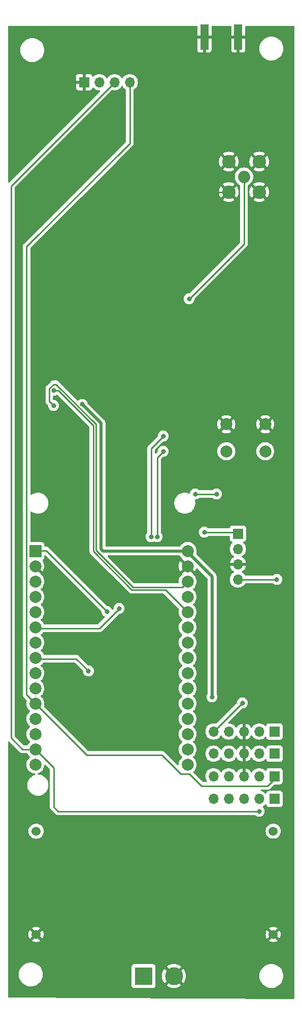
<source format=gbl>
%TF.GenerationSoftware,KiCad,Pcbnew,7.0.9*%
%TF.CreationDate,2024-10-13T10:47:50-07:00*%
%TF.ProjectId,DIY Meshtastic 1W Node,44495920-4d65-4736-9874-617374696320,1.0*%
%TF.SameCoordinates,Original*%
%TF.FileFunction,Copper,L2,Bot*%
%TF.FilePolarity,Positive*%
%FSLAX46Y46*%
G04 Gerber Fmt 4.6, Leading zero omitted, Abs format (unit mm)*
G04 Created by KiCad (PCBNEW 7.0.9) date 2024-10-13 10:47:50*
%MOMM*%
%LPD*%
G01*
G04 APERTURE LIST*
%TA.AperFunction,SMDPad,CuDef*%
%ADD10R,1.350000X4.200000*%
%TD*%
%TA.AperFunction,ComponentPad*%
%ADD11R,1.700000X1.700000*%
%TD*%
%TA.AperFunction,ComponentPad*%
%ADD12O,1.700000X1.700000*%
%TD*%
%TA.AperFunction,ComponentPad*%
%ADD13R,2.000000X2.000000*%
%TD*%
%TA.AperFunction,ComponentPad*%
%ADD14C,2.000000*%
%TD*%
%TA.AperFunction,ComponentPad*%
%ADD15R,3.000000X3.000000*%
%TD*%
%TA.AperFunction,ComponentPad*%
%ADD16C,3.000000*%
%TD*%
%TA.AperFunction,ComponentPad*%
%ADD17C,1.524000*%
%TD*%
%TA.AperFunction,ComponentPad*%
%ADD18C,2.050000*%
%TD*%
%TA.AperFunction,ComponentPad*%
%ADD19C,2.250000*%
%TD*%
%TA.AperFunction,ViaPad*%
%ADD20C,0.800000*%
%TD*%
%TA.AperFunction,Conductor*%
%ADD21C,0.250000*%
%TD*%
%TA.AperFunction,Conductor*%
%ADD22C,0.500000*%
%TD*%
G04 APERTURE END LIST*
D10*
%TO.P,J8,2,Ext*%
%TO.N,GND*%
X137730000Y-32602500D03*
X132080000Y-32602500D03*
%TD*%
D11*
%TO.P,J1,1,Pin_1*%
%TO.N,GPS TX*%
X137668000Y-115316000D03*
D12*
%TO.P,J1,2,Pin_2*%
%TO.N,unconnected-(J1-Pin_2-Pad2)*%
X137668000Y-117856000D03*
%TO.P,J1,3,Pin_3*%
%TO.N,GND*%
X137668000Y-120396000D03*
%TO.P,J1,4,Pin_4*%
%TO.N,+5V*%
X137668000Y-122936000D03*
%TD*%
D11*
%TO.P,J3,1,Pin_1*%
%TO.N,SDA*%
X143764000Y-148259920D03*
D12*
%TO.P,J3,2,Pin_2*%
%TO.N,SCL*%
X141224000Y-148259920D03*
%TO.P,J3,3,Pin_3*%
%TO.N,GND*%
X138684000Y-148259920D03*
%TO.P,J3,4,Pin_4*%
%TO.N,+5V*%
X136144000Y-148259920D03*
%TO.P,J3,5,Pin_5*%
%TO.N,VCC3*%
X133604000Y-148259920D03*
%TD*%
D13*
%TO.P,U1,1,3V3*%
%TO.N,VCC3*%
X103886000Y-118196000D03*
D14*
%TO.P,U1,2,GND*%
%TO.N,GND*%
X103886000Y-120736000D03*
%TO.P,U1,3,D15*%
%TO.N,unconnected-(U1-D15-Pad3)*%
X103886000Y-123276000D03*
%TO.P,U1,4,D2*%
%TO.N,unconnected-(U1-D2-Pad4)*%
X103886000Y-125816000D03*
%TO.P,U1,5,D4*%
%TO.N,unconnected-(U1-D4-Pad5)*%
X103886000Y-128356000D03*
%TO.P,U1,6,RX2*%
%TO.N,GPS TX*%
X103886000Y-130896000D03*
%TO.P,U1,7,TX2*%
%TO.N,unconnected-(U1-TX2-Pad7)*%
X103886000Y-133436000D03*
%TO.P,U1,8,D5*%
%TO.N,SCK*%
X103886000Y-135976000D03*
%TO.P,U1,9,D18*%
%TO.N,NSS*%
X103886000Y-138516000D03*
%TO.P,U1,10,D19*%
%TO.N,MISO*%
X103886000Y-141056000D03*
%TO.P,U1,11,D21*%
%TO.N,SDA*%
X103886000Y-143596000D03*
%TO.P,U1,12,RX0*%
%TO.N,unconnected-(U1-RX0-Pad12)*%
X103886000Y-146136000D03*
%TO.P,U1,13,TX0*%
%TO.N,unconnected-(U1-TX0-Pad13)*%
X103886000Y-148676000D03*
%TO.P,U1,14,D22*%
%TO.N,SCL*%
X103886000Y-151216000D03*
%TO.P,U1,15,D23*%
%TO.N,RST*%
X103886000Y-153756000D03*
%TO.P,U1,16,EN*%
%TO.N,unconnected-(U1-EN-Pad16)*%
X129286000Y-153756000D03*
%TO.P,U1,17,VP*%
%TO.N,unconnected-(U1-VP-Pad17)*%
X129286000Y-151216000D03*
%TO.P,U1,18,VN*%
%TO.N,BTN*%
X129286000Y-148676000D03*
%TO.P,U1,19,D34*%
%TO.N,unconnected-(U1-D34-Pad19)*%
X129286000Y-146136000D03*
%TO.P,U1,20,D35*%
%TO.N,unconnected-(U1-D35-Pad20)*%
X129286000Y-143596000D03*
%TO.P,U1,21,D32*%
%TO.N,BUSY*%
X129286000Y-141056000D03*
%TO.P,U1,22,D33*%
%TO.N,IRQ*%
X129286000Y-138516000D03*
%TO.P,U1,23,D25*%
%TO.N,unconnected-(U1-D25-Pad23)*%
X129286000Y-135976000D03*
%TO.P,U1,24,D26*%
%TO.N,DIO0*%
X129286000Y-133436000D03*
%TO.P,U1,25,D27*%
%TO.N,MOSI*%
X129286000Y-130896000D03*
%TO.P,U1,26,D14*%
%TO.N,RXEN*%
X129286000Y-128356000D03*
%TO.P,U1,27,D12*%
%TO.N,unconnected-(U1-D12-Pad27)*%
X129286000Y-125816000D03*
%TO.P,U1,28,D13*%
%TO.N,TXEN*%
X129286000Y-123276000D03*
%TO.P,U1,29,GND*%
%TO.N,GND*%
X129286000Y-120736000D03*
%TO.P,U1,30,VIN*%
%TO.N,+5V*%
X129286000Y-118196000D03*
%TD*%
D11*
%TO.P,J2,1,Pin_1*%
%TO.N,GND*%
X112014000Y-40132000D03*
D12*
%TO.P,J2,2,Pin_2*%
%TO.N,+5V*%
X114554000Y-40132000D03*
%TO.P,J2,3,Pin_3*%
%TO.N,SCL*%
X117094000Y-40132000D03*
%TO.P,J2,4,Pin_4*%
%TO.N,SDA*%
X119634000Y-40132000D03*
%TD*%
D15*
%TO.P,J9,1,Pin_1*%
%TO.N,Vin*%
X121920000Y-188976000D03*
D16*
%TO.P,J9,2,Pin_2*%
%TO.N,GND*%
X127000000Y-188976000D03*
%TD*%
D17*
%TO.P,U3,1,Vin-*%
%TO.N,GND*%
X104013000Y-182046000D03*
%TO.P,U3,2,Vin+*%
%TO.N,Vin*%
X104013000Y-164846000D03*
%TO.P,U3,3,Vout-*%
%TO.N,GND*%
X143573000Y-182046000D03*
%TO.P,U3,4,Vout+*%
%TO.N,+5V*%
X143573000Y-164846000D03*
%TD*%
D14*
%TO.P,SW1,1,1*%
%TO.N,BTN*%
X142240000Y-101600000D03*
X135740000Y-101600000D03*
%TO.P,SW1,2,2*%
%TO.N,GND*%
X142240000Y-97100000D03*
X135740000Y-97100000D03*
%TD*%
D11*
%TO.P,J4,1,Pin_1*%
%TO.N,SDA*%
X143764000Y-151956960D03*
D12*
%TO.P,J4,2,Pin_2*%
%TO.N,SCL*%
X141224000Y-151956960D03*
%TO.P,J4,3,Pin_3*%
%TO.N,GND*%
X138684000Y-151956960D03*
%TO.P,J4,4,Pin_4*%
%TO.N,+5V*%
X136144000Y-151956960D03*
%TO.P,J4,5,Pin_5*%
%TO.N,VCC3*%
X133604000Y-151956960D03*
%TD*%
D18*
%TO.P,J7,1,In*%
%TO.N,Net-(J7-In)*%
X138684000Y-55880000D03*
D19*
%TO.P,J7,2,Ext*%
%TO.N,GND*%
X136144000Y-53340000D03*
X136144000Y-58420000D03*
X141224000Y-53340000D03*
X141224000Y-58420000D03*
%TD*%
D11*
%TO.P,J6,1,Pin_1*%
%TO.N,SDA*%
X143764000Y-159495040D03*
D12*
%TO.P,J6,2,Pin_2*%
%TO.N,SCL*%
X141224000Y-159495040D03*
%TO.P,J6,3,Pin_3*%
%TO.N,GND*%
X138684000Y-159495040D03*
%TO.P,J6,4,Pin_4*%
%TO.N,+5V*%
X136144000Y-159495040D03*
%TO.P,J6,5,Pin_5*%
%TO.N,VCC3*%
X133604000Y-159495040D03*
%TD*%
D11*
%TO.P,J5,1,Pin_1*%
%TO.N,SDA*%
X143764000Y-155702000D03*
D12*
%TO.P,J5,2,Pin_2*%
%TO.N,SCL*%
X141224000Y-155702000D03*
%TO.P,J5,3,Pin_3*%
%TO.N,GND*%
X138684000Y-155702000D03*
%TO.P,J5,4,Pin_4*%
%TO.N,+5V*%
X136144000Y-155702000D03*
%TO.P,J5,5,Pin_5*%
%TO.N,VCC3*%
X133604000Y-155702000D03*
%TD*%
D20*
%TO.N,VCC3*%
X115824000Y-128270000D03*
X130556000Y-108712000D03*
X138430000Y-143510000D03*
X134112000Y-108712000D03*
%TO.N,GND*%
X129794000Y-105664000D03*
X127000000Y-65278000D03*
X116332000Y-48006000D03*
X132080000Y-99314000D03*
%TO.N,GPS TX*%
X132080000Y-115062000D03*
X117856000Y-127762000D03*
%TO.N,SCK*%
X112738080Y-138176000D03*
%TO.N,+5V*%
X144164500Y-122936000D03*
X111701497Y-93784503D03*
X133350000Y-142494000D03*
%TO.N,TXEN*%
X106934000Y-93980000D03*
%TO.N,RXEN*%
X106934000Y-91440000D03*
%TO.N,IRQ*%
X124206000Y-115824000D03*
X125222000Y-101600000D03*
%TO.N,BUSY*%
X125222000Y-99060000D03*
X123190000Y-115824000D03*
%TO.N,Net-(J7-In)*%
X129540000Y-76200000D03*
%TO.N,SCL*%
X141224000Y-161544000D03*
%TD*%
D21*
%TO.N,VCC3*%
X134112000Y-108712000D02*
X130556000Y-108712000D01*
X138176000Y-143764000D02*
X138430000Y-143510000D01*
X138099920Y-143764000D02*
X138176000Y-143764000D01*
X133604000Y-148259920D02*
X138099920Y-143764000D01*
X103886000Y-118196000D02*
X103972000Y-118110000D01*
X103972000Y-118110000D02*
X105664000Y-118110000D01*
X105664000Y-118110000D02*
X115824000Y-128270000D01*
%TO.N,GND*%
X126746000Y-111506000D02*
X126746000Y-108712000D01*
X132080000Y-99314000D02*
X133526000Y-99314000D01*
X135636000Y-120396000D02*
X126746000Y-111506000D01*
X132080000Y-32602500D02*
X137730000Y-32602500D01*
X127000000Y-65278000D02*
X133858000Y-58420000D01*
X133858000Y-58420000D02*
X136144000Y-58420000D01*
X126746000Y-108712000D02*
X129794000Y-105664000D01*
X137668000Y-120396000D02*
X135636000Y-120396000D01*
X133526000Y-99314000D02*
X135740000Y-97100000D01*
%TO.N,GPS TX*%
X104054000Y-131064000D02*
X114554000Y-131064000D01*
X114554000Y-131064000D02*
X117856000Y-127762000D01*
X132080000Y-115062000D02*
X137414000Y-115062000D01*
X103886000Y-130896000D02*
X104054000Y-131064000D01*
X137414000Y-115062000D02*
X137668000Y-115316000D01*
%TO.N,SCK*%
X110728207Y-136144000D02*
X104054000Y-136144000D01*
X104054000Y-136144000D02*
X103886000Y-135976000D01*
X112738080Y-138153873D02*
X110728207Y-136144000D01*
%TO.N,SDA*%
X128157778Y-155311000D02*
X129592650Y-155311000D01*
X129592650Y-155311000D02*
X131601690Y-157320040D01*
X124992778Y-152146000D02*
X128157778Y-155311000D01*
X119634000Y-50292000D02*
X102431000Y-67495000D01*
X119634000Y-40132000D02*
X119634000Y-50292000D01*
X102431000Y-67495000D02*
X102431000Y-142141000D01*
X131601690Y-157320040D02*
X142589000Y-157320040D01*
X102431000Y-142141000D02*
X112436000Y-152146000D01*
X142589000Y-157320040D02*
X143764000Y-156145040D01*
X112436000Y-152146000D02*
X124992778Y-152146000D01*
D22*
%TO.N,+5V*%
X114808000Y-96891006D02*
X111701497Y-93784503D01*
X133350000Y-142494000D02*
X133350000Y-122428000D01*
D21*
X137668000Y-122936000D02*
X144164500Y-122936000D01*
D22*
X129286000Y-118196000D02*
X115148000Y-118196000D01*
X133350000Y-122428000D02*
X128757000Y-117835000D01*
X114808000Y-117856000D02*
X114808000Y-96891006D01*
X115148000Y-118196000D02*
X114808000Y-117856000D01*
D21*
%TO.N,TXEN*%
X106924695Y-90424000D02*
X107316396Y-90424000D01*
X106209000Y-91139695D02*
X106924695Y-90424000D01*
X113988000Y-97095604D02*
X113988000Y-118052000D01*
X107316396Y-90424000D02*
X113988000Y-97095604D01*
X106934000Y-93980000D02*
X106209000Y-93255000D01*
X128356000Y-124206000D02*
X129286000Y-123276000D01*
X120142000Y-124206000D02*
X128356000Y-124206000D01*
X106209000Y-93255000D02*
X106209000Y-91139695D01*
X113988000Y-118052000D02*
X120142000Y-124206000D01*
%TO.N,RXEN*%
X113538000Y-118238396D02*
X119955604Y-124656000D01*
X125586000Y-124656000D02*
X129286000Y-128356000D01*
X113538000Y-97282000D02*
X113538000Y-118238396D01*
X107696000Y-91440000D02*
X113538000Y-97282000D01*
X106934000Y-91440000D02*
X107696000Y-91440000D01*
X119955604Y-124656000D02*
X125586000Y-124656000D01*
%TO.N,IRQ*%
X124206000Y-102616000D02*
X125222000Y-101600000D01*
X124206000Y-115824000D02*
X124206000Y-102616000D01*
%TO.N,BUSY*%
X123190000Y-115824000D02*
X123190000Y-101092000D01*
X123190000Y-101092000D02*
X125222000Y-99060000D01*
%TO.N,Net-(J7-In)*%
X138684000Y-67056000D02*
X138684000Y-55880000D01*
X129540000Y-76200000D02*
X138684000Y-67056000D01*
%TO.N,SCL*%
X107678222Y-161544000D02*
X141224000Y-161544000D01*
X117094000Y-40132000D02*
X99822000Y-57404000D01*
X103886000Y-151216000D02*
X106934000Y-154264000D01*
X106934000Y-154264000D02*
X106934000Y-160799778D01*
X106934000Y-160799778D02*
X107678222Y-161544000D01*
X99822000Y-149331000D02*
X101707000Y-151216000D01*
X99822000Y-57404000D02*
X99822000Y-149331000D01*
X101707000Y-151216000D02*
X103886000Y-151216000D01*
%TD*%
%TA.AperFunction,Conductor*%
%TO.N,GND*%
G36*
X130848039Y-30753685D02*
G01*
X130893794Y-30806489D01*
X130905000Y-30858000D01*
X130905000Y-32352500D01*
X133255000Y-32352500D01*
X133255000Y-30858000D01*
X133274685Y-30790961D01*
X133327489Y-30745206D01*
X133379000Y-30734000D01*
X136431000Y-30734000D01*
X136498039Y-30753685D01*
X136543794Y-30806489D01*
X136555000Y-30858000D01*
X136555000Y-32352500D01*
X138905000Y-32352500D01*
X138905000Y-30858000D01*
X138924685Y-30790961D01*
X138977489Y-30745206D01*
X139029000Y-30734000D01*
X146942000Y-30734000D01*
X147009039Y-30753685D01*
X147054794Y-30806489D01*
X147066000Y-30858000D01*
X147066000Y-192661338D01*
X147046315Y-192728377D01*
X146993511Y-192774132D01*
X146941340Y-192785336D01*
X99437340Y-192532656D01*
X99370407Y-192512615D01*
X99324933Y-192459569D01*
X99314000Y-192408658D01*
X99314000Y-188722001D01*
X101118390Y-188722001D01*
X101138804Y-189007433D01*
X101199628Y-189287037D01*
X101199630Y-189287043D01*
X101199631Y-189287046D01*
X101299633Y-189555161D01*
X101299635Y-189555166D01*
X101436770Y-189806309D01*
X101436775Y-189806317D01*
X101608254Y-190035387D01*
X101608270Y-190035405D01*
X101810594Y-190237729D01*
X101810612Y-190237745D01*
X102039682Y-190409224D01*
X102039690Y-190409229D01*
X102290833Y-190546364D01*
X102290832Y-190546364D01*
X102290836Y-190546365D01*
X102290839Y-190546367D01*
X102558954Y-190646369D01*
X102558960Y-190646370D01*
X102558962Y-190646371D01*
X102838566Y-190707195D01*
X102838568Y-190707195D01*
X102838572Y-190707196D01*
X103052552Y-190722500D01*
X103195448Y-190722500D01*
X103409428Y-190707196D01*
X103611556Y-190663226D01*
X103689037Y-190646371D01*
X103689037Y-190646370D01*
X103689046Y-190646369D01*
X103957161Y-190546367D01*
X103998361Y-190523870D01*
X119919500Y-190523870D01*
X119919501Y-190523876D01*
X119925908Y-190583483D01*
X119976202Y-190718328D01*
X119976206Y-190718335D01*
X120062452Y-190833544D01*
X120062455Y-190833547D01*
X120177664Y-190919793D01*
X120177671Y-190919797D01*
X120312517Y-190970091D01*
X120312516Y-190970091D01*
X120319444Y-190970835D01*
X120372127Y-190976500D01*
X123467872Y-190976499D01*
X123527483Y-190970091D01*
X123662331Y-190919796D01*
X123777546Y-190833546D01*
X123863796Y-190718331D01*
X123914091Y-190583483D01*
X123920500Y-190523873D01*
X123920500Y-188976001D01*
X124994891Y-188976001D01*
X125015300Y-189261362D01*
X125076109Y-189540895D01*
X125176091Y-189808958D01*
X125313191Y-190060038D01*
X125313196Y-190060046D01*
X125419882Y-190202561D01*
X125419883Y-190202562D01*
X126315195Y-189307250D01*
X126337340Y-189358587D01*
X126443433Y-189501094D01*
X126579530Y-189615294D01*
X126669216Y-189660335D01*
X125773436Y-190556115D01*
X125915960Y-190662807D01*
X125915961Y-190662808D01*
X126167042Y-190799908D01*
X126167041Y-190799908D01*
X126435104Y-190899890D01*
X126714637Y-190960699D01*
X126999999Y-190981109D01*
X127000001Y-190981109D01*
X127285362Y-190960699D01*
X127564895Y-190899890D01*
X127832958Y-190799908D01*
X128084047Y-190662803D01*
X128226561Y-190556116D01*
X128226562Y-190556115D01*
X127333748Y-189663300D01*
X127343409Y-189659784D01*
X127491844Y-189562157D01*
X127613764Y-189432930D01*
X127685768Y-189308215D01*
X128580115Y-190202562D01*
X128580116Y-190202561D01*
X128686803Y-190060047D01*
X128823908Y-189808958D01*
X128923890Y-189540895D01*
X128984699Y-189261362D01*
X129005109Y-188976001D01*
X141250390Y-188976001D01*
X141270804Y-189261433D01*
X141331628Y-189541037D01*
X141331630Y-189541043D01*
X141331631Y-189541046D01*
X141430572Y-189806317D01*
X141431635Y-189809166D01*
X141568770Y-190060309D01*
X141568775Y-190060317D01*
X141740254Y-190289387D01*
X141740270Y-190289405D01*
X141942594Y-190491729D01*
X141942612Y-190491745D01*
X142171682Y-190663224D01*
X142171690Y-190663229D01*
X142422833Y-190800364D01*
X142422832Y-190800364D01*
X142422836Y-190800365D01*
X142422839Y-190800367D01*
X142690954Y-190900369D01*
X142690960Y-190900370D01*
X142690962Y-190900371D01*
X142970566Y-190961195D01*
X142970568Y-190961195D01*
X142970572Y-190961196D01*
X143184552Y-190976500D01*
X143327448Y-190976500D01*
X143541428Y-190961196D01*
X143731742Y-190919796D01*
X143821037Y-190900371D01*
X143821037Y-190900370D01*
X143821046Y-190900369D01*
X144089161Y-190800367D01*
X144340315Y-190663226D01*
X144569395Y-190491739D01*
X144771739Y-190289395D01*
X144943226Y-190060315D01*
X145080367Y-189809161D01*
X145180369Y-189541046D01*
X145241196Y-189261428D01*
X145261610Y-188976000D01*
X145241196Y-188690572D01*
X145237358Y-188672930D01*
X145180371Y-188410962D01*
X145180370Y-188410960D01*
X145180369Y-188410954D01*
X145080367Y-188142839D01*
X144943372Y-187891953D01*
X144943229Y-187891690D01*
X144943224Y-187891682D01*
X144771745Y-187662612D01*
X144771729Y-187662594D01*
X144569405Y-187460270D01*
X144569387Y-187460254D01*
X144340317Y-187288775D01*
X144340309Y-187288770D01*
X144089166Y-187151635D01*
X144089167Y-187151635D01*
X143981915Y-187111632D01*
X143821046Y-187051631D01*
X143821043Y-187051630D01*
X143821037Y-187051628D01*
X143541433Y-186990804D01*
X143327448Y-186975500D01*
X143184552Y-186975500D01*
X142970566Y-186990804D01*
X142690962Y-187051628D01*
X142422833Y-187151635D01*
X142171690Y-187288770D01*
X142171682Y-187288775D01*
X141942612Y-187460254D01*
X141942594Y-187460270D01*
X141740270Y-187662594D01*
X141740254Y-187662612D01*
X141568775Y-187891682D01*
X141568770Y-187891690D01*
X141431635Y-188142833D01*
X141331628Y-188410962D01*
X141270804Y-188690566D01*
X141250390Y-188975998D01*
X141250390Y-188976001D01*
X129005109Y-188976001D01*
X129005109Y-188975998D01*
X128984699Y-188690637D01*
X128923890Y-188411104D01*
X128823908Y-188143041D01*
X128686808Y-187891961D01*
X128686807Y-187891960D01*
X128580115Y-187749436D01*
X127684803Y-188644747D01*
X127662660Y-188593413D01*
X127556567Y-188450906D01*
X127420470Y-188336706D01*
X127330782Y-188291663D01*
X128226562Y-187395883D01*
X128226561Y-187395882D01*
X128084046Y-187289196D01*
X128084038Y-187289191D01*
X127832957Y-187152091D01*
X127832958Y-187152091D01*
X127564895Y-187052109D01*
X127285362Y-186991300D01*
X127000001Y-186970891D01*
X126999999Y-186970891D01*
X126714637Y-186991300D01*
X126435104Y-187052109D01*
X126167041Y-187152091D01*
X125915961Y-187289191D01*
X125915953Y-187289196D01*
X125773437Y-187395882D01*
X125773436Y-187395883D01*
X126666252Y-188288699D01*
X126656591Y-188292216D01*
X126508156Y-188389843D01*
X126386236Y-188519070D01*
X126314231Y-188643784D01*
X125419883Y-187749436D01*
X125419882Y-187749437D01*
X125313196Y-187891953D01*
X125313191Y-187891961D01*
X125176091Y-188143041D01*
X125076109Y-188411104D01*
X125015300Y-188690637D01*
X124994891Y-188975998D01*
X124994891Y-188976001D01*
X123920500Y-188976001D01*
X123920499Y-187428128D01*
X123914091Y-187368517D01*
X123884506Y-187289196D01*
X123863797Y-187233671D01*
X123863793Y-187233664D01*
X123777547Y-187118455D01*
X123777544Y-187118452D01*
X123662335Y-187032206D01*
X123662328Y-187032202D01*
X123527482Y-186981908D01*
X123527483Y-186981908D01*
X123467883Y-186975501D01*
X123467881Y-186975500D01*
X123467873Y-186975500D01*
X123467864Y-186975500D01*
X120372129Y-186975500D01*
X120372123Y-186975501D01*
X120312516Y-186981908D01*
X120177671Y-187032202D01*
X120177664Y-187032206D01*
X120062455Y-187118452D01*
X120062452Y-187118455D01*
X119976206Y-187233664D01*
X119976202Y-187233671D01*
X119925908Y-187368517D01*
X119921598Y-187408612D01*
X119919501Y-187428123D01*
X119919500Y-187428135D01*
X119919500Y-190523870D01*
X103998361Y-190523870D01*
X104208315Y-190409226D01*
X104437395Y-190237739D01*
X104639739Y-190035395D01*
X104811226Y-189806315D01*
X104948367Y-189555161D01*
X105048369Y-189287046D01*
X105068294Y-189195454D01*
X105109195Y-189007433D01*
X105109195Y-189007432D01*
X105109196Y-189007428D01*
X105129610Y-188722000D01*
X105126100Y-188672930D01*
X105110221Y-188450906D01*
X105109196Y-188436572D01*
X105077793Y-188292216D01*
X105048371Y-188156962D01*
X105048370Y-188156960D01*
X105048369Y-188156954D01*
X104948367Y-187888839D01*
X104872247Y-187749437D01*
X104811229Y-187637690D01*
X104811224Y-187637682D01*
X104639745Y-187408612D01*
X104639729Y-187408594D01*
X104437405Y-187206270D01*
X104437387Y-187206254D01*
X104208317Y-187034775D01*
X104208309Y-187034770D01*
X103957166Y-186897635D01*
X103957167Y-186897635D01*
X103849915Y-186857632D01*
X103689046Y-186797631D01*
X103689043Y-186797630D01*
X103689037Y-186797628D01*
X103409433Y-186736804D01*
X103195448Y-186721500D01*
X103052552Y-186721500D01*
X102838566Y-186736804D01*
X102558962Y-186797628D01*
X102290833Y-186897635D01*
X102039690Y-187034770D01*
X102039682Y-187034775D01*
X101810612Y-187206254D01*
X101810594Y-187206270D01*
X101608270Y-187408594D01*
X101608254Y-187408612D01*
X101436775Y-187637682D01*
X101436770Y-187637690D01*
X101299635Y-187888833D01*
X101199628Y-188156962D01*
X101138804Y-188436566D01*
X101118390Y-188721998D01*
X101118390Y-188722001D01*
X99314000Y-188722001D01*
X99314000Y-182046000D01*
X102746179Y-182046000D01*
X102765424Y-182265976D01*
X102765426Y-182265986D01*
X102822575Y-182479270D01*
X102822580Y-182479284D01*
X102915899Y-182679407D01*
X102915900Y-182679409D01*
X102961258Y-182744187D01*
X103628096Y-182077349D01*
X103628051Y-182077898D01*
X103659266Y-182201162D01*
X103728813Y-182307612D01*
X103829157Y-182385713D01*
X103949422Y-182427000D01*
X103985553Y-182427000D01*
X103314811Y-183097741D01*
X103379582Y-183143094D01*
X103379592Y-183143100D01*
X103579715Y-183236419D01*
X103579729Y-183236424D01*
X103793013Y-183293573D01*
X103793023Y-183293575D01*
X104012999Y-183312821D01*
X104013001Y-183312821D01*
X104232976Y-183293575D01*
X104232986Y-183293573D01*
X104446270Y-183236424D01*
X104446284Y-183236419D01*
X104646408Y-183143100D01*
X104646420Y-183143093D01*
X104711186Y-183097742D01*
X104711187Y-183097740D01*
X104040448Y-182427000D01*
X104044569Y-182427000D01*
X104138421Y-182411339D01*
X104250251Y-182350820D01*
X104336371Y-182257269D01*
X104387448Y-182140823D01*
X104393105Y-182072552D01*
X105064740Y-182744187D01*
X105064742Y-182744186D01*
X105110093Y-182679420D01*
X105110100Y-182679408D01*
X105203419Y-182479284D01*
X105203424Y-182479270D01*
X105260573Y-182265986D01*
X105260575Y-182265976D01*
X105279821Y-182046000D01*
X142306179Y-182046000D01*
X142325424Y-182265976D01*
X142325426Y-182265986D01*
X142382575Y-182479270D01*
X142382580Y-182479284D01*
X142475899Y-182679407D01*
X142475900Y-182679409D01*
X142521258Y-182744187D01*
X143188096Y-182077349D01*
X143188051Y-182077898D01*
X143219266Y-182201162D01*
X143288813Y-182307612D01*
X143389157Y-182385713D01*
X143509422Y-182427000D01*
X143545553Y-182427000D01*
X142874811Y-183097741D01*
X142939582Y-183143094D01*
X142939592Y-183143100D01*
X143139715Y-183236419D01*
X143139729Y-183236424D01*
X143353013Y-183293573D01*
X143353023Y-183293575D01*
X143572999Y-183312821D01*
X143573001Y-183312821D01*
X143792976Y-183293575D01*
X143792986Y-183293573D01*
X144006270Y-183236424D01*
X144006284Y-183236419D01*
X144206408Y-183143100D01*
X144206420Y-183143093D01*
X144271186Y-183097742D01*
X144271187Y-183097740D01*
X143600448Y-182427000D01*
X143604569Y-182427000D01*
X143698421Y-182411339D01*
X143810251Y-182350820D01*
X143896371Y-182257269D01*
X143947448Y-182140823D01*
X143953105Y-182072552D01*
X144624740Y-182744187D01*
X144624742Y-182744186D01*
X144670093Y-182679420D01*
X144670100Y-182679408D01*
X144763419Y-182479284D01*
X144763424Y-182479270D01*
X144820573Y-182265986D01*
X144820575Y-182265976D01*
X144839821Y-182046000D01*
X144839821Y-182045999D01*
X144820575Y-181826023D01*
X144820573Y-181826013D01*
X144763424Y-181612729D01*
X144763420Y-181612720D01*
X144670098Y-181412590D01*
X144624740Y-181347811D01*
X143957903Y-182014648D01*
X143957949Y-182014102D01*
X143926734Y-181890838D01*
X143857187Y-181784388D01*
X143756843Y-181706287D01*
X143636578Y-181665000D01*
X143600447Y-181665000D01*
X144271187Y-180994258D01*
X144206409Y-180948900D01*
X144206407Y-180948899D01*
X144006284Y-180855580D01*
X144006270Y-180855575D01*
X143792986Y-180798426D01*
X143792976Y-180798424D01*
X143573001Y-180779179D01*
X143572999Y-180779179D01*
X143353023Y-180798424D01*
X143353013Y-180798426D01*
X143139729Y-180855575D01*
X143139720Y-180855579D01*
X142939586Y-180948903D01*
X142874812Y-180994257D01*
X142874811Y-180994258D01*
X143545554Y-181665000D01*
X143541431Y-181665000D01*
X143447579Y-181680661D01*
X143335749Y-181741180D01*
X143249629Y-181834731D01*
X143198552Y-181951177D01*
X143192894Y-182019447D01*
X142521258Y-181347811D01*
X142521257Y-181347812D01*
X142475903Y-181412586D01*
X142382579Y-181612720D01*
X142382575Y-181612729D01*
X142325426Y-181826013D01*
X142325424Y-181826023D01*
X142306179Y-182045999D01*
X142306179Y-182046000D01*
X105279821Y-182046000D01*
X105279821Y-182045999D01*
X105260575Y-181826023D01*
X105260573Y-181826013D01*
X105203424Y-181612729D01*
X105203420Y-181612720D01*
X105110098Y-181412590D01*
X105064740Y-181347811D01*
X104397903Y-182014648D01*
X104397949Y-182014102D01*
X104366734Y-181890838D01*
X104297187Y-181784388D01*
X104196843Y-181706287D01*
X104076578Y-181665000D01*
X104040447Y-181665000D01*
X104711187Y-180994258D01*
X104646409Y-180948900D01*
X104646407Y-180948899D01*
X104446284Y-180855580D01*
X104446270Y-180855575D01*
X104232986Y-180798426D01*
X104232976Y-180798424D01*
X104013001Y-180779179D01*
X104012999Y-180779179D01*
X103793023Y-180798424D01*
X103793013Y-180798426D01*
X103579729Y-180855575D01*
X103579720Y-180855579D01*
X103379586Y-180948903D01*
X103314812Y-180994257D01*
X103314811Y-180994258D01*
X103985554Y-181665000D01*
X103981431Y-181665000D01*
X103887579Y-181680661D01*
X103775749Y-181741180D01*
X103689629Y-181834731D01*
X103638552Y-181951177D01*
X103632894Y-182019447D01*
X102961258Y-181347811D01*
X102961257Y-181347812D01*
X102915903Y-181412586D01*
X102822579Y-181612720D01*
X102822575Y-181612729D01*
X102765426Y-181826013D01*
X102765424Y-181826023D01*
X102746179Y-182045999D01*
X102746179Y-182046000D01*
X99314000Y-182046000D01*
X99314000Y-164846002D01*
X102745677Y-164846002D01*
X102764929Y-165066062D01*
X102764930Y-165066070D01*
X102822104Y-165279445D01*
X102822105Y-165279447D01*
X102822106Y-165279450D01*
X102915466Y-165479662D01*
X102915468Y-165479666D01*
X103042170Y-165660615D01*
X103042175Y-165660621D01*
X103198378Y-165816824D01*
X103198384Y-165816829D01*
X103379333Y-165943531D01*
X103379335Y-165943532D01*
X103379338Y-165943534D01*
X103579550Y-166036894D01*
X103792932Y-166094070D01*
X103950123Y-166107822D01*
X104012998Y-166113323D01*
X104013000Y-166113323D01*
X104013002Y-166113323D01*
X104068017Y-166108509D01*
X104233068Y-166094070D01*
X104446450Y-166036894D01*
X104646662Y-165943534D01*
X104827620Y-165816826D01*
X104983826Y-165660620D01*
X105110534Y-165479662D01*
X105203894Y-165279450D01*
X105261070Y-165066068D01*
X105280323Y-164846002D01*
X142305677Y-164846002D01*
X142324929Y-165066062D01*
X142324930Y-165066070D01*
X142382104Y-165279445D01*
X142382105Y-165279447D01*
X142382106Y-165279450D01*
X142475466Y-165479662D01*
X142475468Y-165479666D01*
X142602170Y-165660615D01*
X142602175Y-165660621D01*
X142758378Y-165816824D01*
X142758384Y-165816829D01*
X142939333Y-165943531D01*
X142939335Y-165943532D01*
X142939338Y-165943534D01*
X143139550Y-166036894D01*
X143352932Y-166094070D01*
X143510123Y-166107822D01*
X143572998Y-166113323D01*
X143573000Y-166113323D01*
X143573002Y-166113323D01*
X143628017Y-166108509D01*
X143793068Y-166094070D01*
X144006450Y-166036894D01*
X144206662Y-165943534D01*
X144387620Y-165816826D01*
X144543826Y-165660620D01*
X144670534Y-165479662D01*
X144763894Y-165279450D01*
X144821070Y-165066068D01*
X144840323Y-164846000D01*
X144821070Y-164625932D01*
X144763894Y-164412550D01*
X144670534Y-164212339D01*
X144543826Y-164031380D01*
X144387620Y-163875174D01*
X144387616Y-163875171D01*
X144387615Y-163875170D01*
X144206666Y-163748468D01*
X144206662Y-163748466D01*
X144206660Y-163748465D01*
X144006450Y-163655106D01*
X144006447Y-163655105D01*
X144006445Y-163655104D01*
X143793070Y-163597930D01*
X143793062Y-163597929D01*
X143573002Y-163578677D01*
X143572998Y-163578677D01*
X143352937Y-163597929D01*
X143352929Y-163597930D01*
X143139554Y-163655104D01*
X143139548Y-163655107D01*
X142939340Y-163748465D01*
X142939338Y-163748466D01*
X142758377Y-163875175D01*
X142602175Y-164031377D01*
X142475466Y-164212338D01*
X142475465Y-164212340D01*
X142382107Y-164412548D01*
X142382104Y-164412554D01*
X142324930Y-164625929D01*
X142324929Y-164625937D01*
X142305677Y-164845997D01*
X142305677Y-164846002D01*
X105280323Y-164846002D01*
X105280323Y-164846000D01*
X105261070Y-164625932D01*
X105203894Y-164412550D01*
X105110534Y-164212339D01*
X104983826Y-164031380D01*
X104827620Y-163875174D01*
X104827616Y-163875171D01*
X104827615Y-163875170D01*
X104646666Y-163748468D01*
X104646662Y-163748466D01*
X104646660Y-163748465D01*
X104446450Y-163655106D01*
X104446447Y-163655105D01*
X104446445Y-163655104D01*
X104233070Y-163597930D01*
X104233062Y-163597929D01*
X104013002Y-163578677D01*
X104012998Y-163578677D01*
X103792937Y-163597929D01*
X103792929Y-163597930D01*
X103579554Y-163655104D01*
X103579548Y-163655107D01*
X103379340Y-163748465D01*
X103379338Y-163748466D01*
X103198377Y-163875175D01*
X103042175Y-164031377D01*
X102915466Y-164212338D01*
X102915465Y-164212340D01*
X102822107Y-164412548D01*
X102822104Y-164412554D01*
X102764930Y-164625929D01*
X102764929Y-164625937D01*
X102745677Y-164845997D01*
X102745677Y-164846002D01*
X99314000Y-164846002D01*
X99314000Y-150006952D01*
X99333685Y-149939913D01*
X99386489Y-149894158D01*
X99455647Y-149884214D01*
X99519203Y-149913239D01*
X99525681Y-149919271D01*
X101206194Y-151599784D01*
X101216019Y-151612048D01*
X101216240Y-151611866D01*
X101221210Y-151617873D01*
X101221213Y-151617876D01*
X101221214Y-151617877D01*
X101271651Y-151665241D01*
X101292530Y-151686120D01*
X101298004Y-151690366D01*
X101302442Y-151694156D01*
X101336418Y-151726062D01*
X101336422Y-151726064D01*
X101353973Y-151735713D01*
X101370231Y-151746392D01*
X101386064Y-151758674D01*
X101408015Y-151768172D01*
X101428837Y-151777183D01*
X101434081Y-151779752D01*
X101474908Y-151802197D01*
X101494312Y-151807179D01*
X101512710Y-151813478D01*
X101531105Y-151821438D01*
X101577129Y-151828726D01*
X101582832Y-151829907D01*
X101627981Y-151841500D01*
X101648016Y-151841500D01*
X101667413Y-151843026D01*
X101687196Y-151846160D01*
X101733584Y-151841775D01*
X101739422Y-151841500D01*
X102440850Y-151841500D01*
X102507889Y-151861185D01*
X102553644Y-151913989D01*
X102554405Y-151915689D01*
X102561824Y-151932603D01*
X102697833Y-152140782D01*
X102697836Y-152140785D01*
X102866256Y-152323738D01*
X102949008Y-152388147D01*
X102989821Y-152444857D01*
X102993496Y-152514630D01*
X102958864Y-152575313D01*
X102949014Y-152583848D01*
X102890400Y-152629469D01*
X102866257Y-152648261D01*
X102697833Y-152831217D01*
X102561826Y-153039393D01*
X102461936Y-153267118D01*
X102400892Y-153508175D01*
X102400890Y-153508187D01*
X102380357Y-153755994D01*
X102380357Y-153756005D01*
X102400890Y-154003812D01*
X102400892Y-154003824D01*
X102461936Y-154244881D01*
X102561826Y-154472606D01*
X102697833Y-154680782D01*
X102697836Y-154680785D01*
X102866256Y-154863738D01*
X103062491Y-155016474D01*
X103281190Y-155134828D01*
X103516386Y-155215571D01*
X103761665Y-155256500D01*
X103792487Y-155256500D01*
X103859526Y-155276185D01*
X103905281Y-155328989D01*
X103915225Y-155398147D01*
X103886200Y-155461703D01*
X103827422Y-155499477D01*
X103820079Y-155501391D01*
X103788597Y-155508576D01*
X103788578Y-155508582D01*
X103544356Y-155604432D01*
X103317143Y-155735614D01*
X103112014Y-155899198D01*
X102933567Y-156091520D01*
X102785768Y-156308302D01*
X102785767Y-156308303D01*
X102671938Y-156544673D01*
X102594606Y-156795376D01*
X102594605Y-156795381D01*
X102594604Y-156795385D01*
X102579853Y-156893247D01*
X102555500Y-157054812D01*
X102555500Y-157317187D01*
X102572758Y-157431677D01*
X102594604Y-157576615D01*
X102594605Y-157576617D01*
X102594606Y-157576623D01*
X102671938Y-157827326D01*
X102785767Y-158063696D01*
X102785768Y-158063697D01*
X102785770Y-158063700D01*
X102785772Y-158063704D01*
X102879547Y-158201246D01*
X102933567Y-158280479D01*
X103112014Y-158472801D01*
X103112018Y-158472804D01*
X103112019Y-158472805D01*
X103317143Y-158636386D01*
X103544357Y-158767568D01*
X103788584Y-158863420D01*
X104044370Y-158921802D01*
X104044376Y-158921802D01*
X104044379Y-158921803D01*
X104240500Y-158936500D01*
X104240506Y-158936500D01*
X104371500Y-158936500D01*
X104567620Y-158921803D01*
X104567622Y-158921802D01*
X104567630Y-158921802D01*
X104823416Y-158863420D01*
X105067643Y-158767568D01*
X105294857Y-158636386D01*
X105499981Y-158472805D01*
X105678433Y-158280479D01*
X105826228Y-158063704D01*
X105940063Y-157827323D01*
X106017396Y-157576615D01*
X106056500Y-157317182D01*
X106056500Y-157054818D01*
X106017396Y-156795385D01*
X105940063Y-156544677D01*
X105918267Y-156499417D01*
X105826232Y-156308303D01*
X105826231Y-156308302D01*
X105826230Y-156308301D01*
X105826228Y-156308296D01*
X105678433Y-156091521D01*
X105623946Y-156032798D01*
X105499985Y-155899198D01*
X105359497Y-155787163D01*
X105294857Y-155735614D01*
X105067643Y-155604432D01*
X104823416Y-155508580D01*
X104823411Y-155508578D01*
X104823402Y-155508576D01*
X104605818Y-155458914D01*
X104567630Y-155450198D01*
X104567629Y-155450197D01*
X104567625Y-155450197D01*
X104567620Y-155450196D01*
X104371500Y-155435500D01*
X104371494Y-155435500D01*
X104358075Y-155435500D01*
X104291036Y-155415815D01*
X104245281Y-155363011D01*
X104235337Y-155293853D01*
X104264362Y-155230297D01*
X104317812Y-155194219D01*
X104396976Y-155167040D01*
X104490810Y-155134828D01*
X104709509Y-155016474D01*
X104905744Y-154863738D01*
X105074164Y-154680785D01*
X105210173Y-154472607D01*
X105310063Y-154244881D01*
X105371108Y-154003821D01*
X105381011Y-153884297D01*
X105406165Y-153819115D01*
X105462567Y-153777877D01*
X105532310Y-153773679D01*
X105592267Y-153806858D01*
X105846572Y-154061162D01*
X106272181Y-154486771D01*
X106305666Y-154548094D01*
X106308500Y-154574452D01*
X106308500Y-160717033D01*
X106306775Y-160732650D01*
X106307061Y-160732677D01*
X106306326Y-160740443D01*
X106308500Y-160809592D01*
X106308500Y-160839128D01*
X106308500Y-160839134D01*
X106308501Y-160839138D01*
X106309368Y-160846009D01*
X106309826Y-160851828D01*
X106311290Y-160898402D01*
X106311291Y-160898405D01*
X106316880Y-160917645D01*
X106320824Y-160936689D01*
X106323336Y-160956569D01*
X106340490Y-160999897D01*
X106342382Y-161005425D01*
X106355381Y-161050166D01*
X106365580Y-161067412D01*
X106374138Y-161084881D01*
X106381514Y-161103510D01*
X106408898Y-161141201D01*
X106412106Y-161146085D01*
X106435827Y-161186194D01*
X106435833Y-161186202D01*
X106449990Y-161200358D01*
X106462628Y-161215154D01*
X106474405Y-161231364D01*
X106474406Y-161231365D01*
X106510309Y-161261066D01*
X106514620Y-161264988D01*
X107161908Y-161912277D01*
X107177419Y-161927788D01*
X107187244Y-161940051D01*
X107187465Y-161939869D01*
X107192436Y-161945878D01*
X107218439Y-161970295D01*
X107242857Y-161993226D01*
X107263751Y-162014120D01*
X107269233Y-162018373D01*
X107273665Y-162022157D01*
X107307640Y-162054062D01*
X107325198Y-162063714D01*
X107341455Y-162074393D01*
X107357286Y-162086673D01*
X107376959Y-162095186D01*
X107400055Y-162105182D01*
X107405299Y-162107750D01*
X107446130Y-162130197D01*
X107458745Y-162133435D01*
X107465527Y-162135177D01*
X107483941Y-162141481D01*
X107502326Y-162149438D01*
X107548379Y-162156732D01*
X107554048Y-162157906D01*
X107599203Y-162169500D01*
X107619238Y-162169500D01*
X107638635Y-162171026D01*
X107658418Y-162174160D01*
X107704806Y-162169775D01*
X107710644Y-162169500D01*
X140520252Y-162169500D01*
X140587291Y-162189185D01*
X140612400Y-162210526D01*
X140618126Y-162216885D01*
X140618130Y-162216889D01*
X140771265Y-162328148D01*
X140771270Y-162328151D01*
X140944192Y-162405142D01*
X140944197Y-162405144D01*
X141129354Y-162444500D01*
X141129355Y-162444500D01*
X141318644Y-162444500D01*
X141318646Y-162444500D01*
X141503803Y-162405144D01*
X141676730Y-162328151D01*
X141829871Y-162216888D01*
X141956533Y-162076216D01*
X142051179Y-161912284D01*
X142109674Y-161732256D01*
X142129460Y-161544000D01*
X142109674Y-161355744D01*
X142051179Y-161175716D01*
X141956533Y-161011784D01*
X141835157Y-160876983D01*
X141804928Y-160813993D01*
X141813553Y-160744658D01*
X141858294Y-160690992D01*
X141874897Y-160681633D01*
X141901830Y-160669075D01*
X142095401Y-160533535D01*
X142217329Y-160411606D01*
X142278648Y-160378124D01*
X142348340Y-160383108D01*
X142404274Y-160424979D01*
X142421189Y-160455957D01*
X142470202Y-160587368D01*
X142470206Y-160587375D01*
X142556452Y-160702584D01*
X142556455Y-160702587D01*
X142671664Y-160788833D01*
X142671671Y-160788837D01*
X142806517Y-160839131D01*
X142806516Y-160839131D01*
X142813444Y-160839875D01*
X142866127Y-160845540D01*
X144661872Y-160845539D01*
X144721483Y-160839131D01*
X144856331Y-160788836D01*
X144971546Y-160702586D01*
X145057796Y-160587371D01*
X145108091Y-160452523D01*
X145114500Y-160392913D01*
X145114499Y-158597168D01*
X145108091Y-158537557D01*
X145106810Y-158534123D01*
X145057797Y-158402711D01*
X145057793Y-158402704D01*
X144971547Y-158287495D01*
X144971544Y-158287492D01*
X144856335Y-158201246D01*
X144856328Y-158201242D01*
X144721482Y-158150948D01*
X144721483Y-158150948D01*
X144661883Y-158144541D01*
X144661881Y-158144540D01*
X144661873Y-158144540D01*
X144661865Y-158144540D01*
X142864324Y-158144540D01*
X142797285Y-158124855D01*
X142786405Y-158112299D01*
X142772534Y-158145384D01*
X142719652Y-158183346D01*
X142671673Y-158201241D01*
X142671664Y-158201246D01*
X142556455Y-158287492D01*
X142556452Y-158287495D01*
X142470206Y-158402704D01*
X142470203Y-158402709D01*
X142421189Y-158534123D01*
X142379317Y-158590056D01*
X142313853Y-158614473D01*
X142245580Y-158599621D01*
X142217326Y-158578470D01*
X142095402Y-158456546D01*
X142095395Y-158456541D01*
X141901834Y-158321007D01*
X141901830Y-158321005D01*
X141901828Y-158321004D01*
X141687663Y-158221137D01*
X141687659Y-158221136D01*
X141687655Y-158221134D01*
X141568901Y-158189315D01*
X141509240Y-158152950D01*
X141478711Y-158090103D01*
X141487006Y-158020728D01*
X141531491Y-157966850D01*
X141598043Y-157945575D01*
X141600994Y-157945540D01*
X142506257Y-157945540D01*
X142521877Y-157947264D01*
X142521904Y-157946979D01*
X142529660Y-157947711D01*
X142529667Y-157947713D01*
X142598814Y-157945540D01*
X142628350Y-157945540D01*
X142635230Y-157944670D01*
X142641037Y-157944212D01*
X142672425Y-157943226D01*
X142740047Y-157960796D01*
X142753938Y-157975844D01*
X142770611Y-157939337D01*
X142829387Y-157901563D01*
X142839390Y-157898658D01*
X142856629Y-157888462D01*
X142874103Y-157879902D01*
X142892727Y-157872528D01*
X142892727Y-157872527D01*
X142892732Y-157872526D01*
X142930449Y-157845122D01*
X142935305Y-157841932D01*
X142975420Y-157818210D01*
X142989589Y-157804039D01*
X143004379Y-157791408D01*
X143020587Y-157779634D01*
X143050299Y-157743716D01*
X143054212Y-157739416D01*
X143704812Y-157088818D01*
X143766135Y-157055333D01*
X143792493Y-157052499D01*
X144661871Y-157052499D01*
X144661872Y-157052499D01*
X144721483Y-157046091D01*
X144856331Y-156995796D01*
X144971546Y-156909546D01*
X145057796Y-156794331D01*
X145108091Y-156659483D01*
X145114500Y-156599873D01*
X145114499Y-154804128D01*
X145108091Y-154744517D01*
X145106810Y-154741083D01*
X145057797Y-154609671D01*
X145057793Y-154609664D01*
X144971547Y-154494455D01*
X144971544Y-154494452D01*
X144856335Y-154408206D01*
X144856328Y-154408202D01*
X144721482Y-154357908D01*
X144721483Y-154357908D01*
X144661883Y-154351501D01*
X144661881Y-154351500D01*
X144661873Y-154351500D01*
X144661864Y-154351500D01*
X142866129Y-154351500D01*
X142866123Y-154351501D01*
X142806516Y-154357908D01*
X142671671Y-154408202D01*
X142671664Y-154408206D01*
X142556455Y-154494452D01*
X142556452Y-154494455D01*
X142470206Y-154609664D01*
X142470203Y-154609669D01*
X142421189Y-154741083D01*
X142379317Y-154797016D01*
X142313853Y-154821433D01*
X142245580Y-154806581D01*
X142217326Y-154785430D01*
X142095402Y-154663506D01*
X142095395Y-154663501D01*
X141901834Y-154527967D01*
X141901830Y-154527965D01*
X141891376Y-154523090D01*
X141687663Y-154428097D01*
X141687659Y-154428096D01*
X141687655Y-154428094D01*
X141459413Y-154366938D01*
X141459403Y-154366936D01*
X141224001Y-154346341D01*
X141223999Y-154346341D01*
X140988596Y-154366936D01*
X140988586Y-154366938D01*
X140760344Y-154428094D01*
X140760335Y-154428098D01*
X140546171Y-154527964D01*
X140546169Y-154527965D01*
X140352597Y-154663505D01*
X140185508Y-154830594D01*
X140055269Y-155016595D01*
X140000692Y-155060219D01*
X139931193Y-155067412D01*
X139868839Y-155035890D01*
X139852119Y-155016594D01*
X139722113Y-154830926D01*
X139722108Y-154830920D01*
X139555082Y-154663894D01*
X139361578Y-154528399D01*
X139147492Y-154428570D01*
X139147486Y-154428567D01*
X138934000Y-154371364D01*
X138934000Y-155266498D01*
X138826315Y-155217320D01*
X138719763Y-155202000D01*
X138648237Y-155202000D01*
X138541685Y-155217320D01*
X138434000Y-155266498D01*
X138434000Y-154371364D01*
X138433999Y-154371364D01*
X138220513Y-154428567D01*
X138220507Y-154428570D01*
X138006422Y-154528399D01*
X138006420Y-154528400D01*
X137812926Y-154663886D01*
X137812920Y-154663891D01*
X137645891Y-154830920D01*
X137645890Y-154830922D01*
X137515880Y-155016595D01*
X137461303Y-155060219D01*
X137391804Y-155067412D01*
X137329450Y-155035890D01*
X137312730Y-155016594D01*
X137182494Y-154830597D01*
X137015402Y-154663506D01*
X137015395Y-154663501D01*
X136821834Y-154527967D01*
X136821830Y-154527965D01*
X136811376Y-154523090D01*
X136607663Y-154428097D01*
X136607659Y-154428096D01*
X136607655Y-154428094D01*
X136379413Y-154366938D01*
X136379403Y-154366936D01*
X136144001Y-154346341D01*
X136143999Y-154346341D01*
X135908596Y-154366936D01*
X135908586Y-154366938D01*
X135680344Y-154428094D01*
X135680335Y-154428098D01*
X135466171Y-154527964D01*
X135466169Y-154527965D01*
X135272597Y-154663505D01*
X135105505Y-154830597D01*
X134975575Y-155016158D01*
X134920998Y-155059783D01*
X134851500Y-155066977D01*
X134789145Y-155035454D01*
X134772425Y-155016158D01*
X134642494Y-154830597D01*
X134475402Y-154663506D01*
X134475395Y-154663501D01*
X134281834Y-154527967D01*
X134281830Y-154527965D01*
X134271376Y-154523090D01*
X134067663Y-154428097D01*
X134067659Y-154428096D01*
X134067655Y-154428094D01*
X133839413Y-154366938D01*
X133839403Y-154366936D01*
X133604001Y-154346341D01*
X133603999Y-154346341D01*
X133368596Y-154366936D01*
X133368586Y-154366938D01*
X133140344Y-154428094D01*
X133140335Y-154428098D01*
X132926171Y-154527964D01*
X132926169Y-154527965D01*
X132732597Y-154663505D01*
X132565505Y-154830597D01*
X132429965Y-155024169D01*
X132429964Y-155024171D01*
X132330098Y-155238335D01*
X132330094Y-155238344D01*
X132268938Y-155466586D01*
X132268936Y-155466596D01*
X132248341Y-155701999D01*
X132248341Y-155702000D01*
X132268936Y-155937403D01*
X132268938Y-155937413D01*
X132330094Y-156165655D01*
X132330096Y-156165659D01*
X132330097Y-156165663D01*
X132409801Y-156336588D01*
X132429965Y-156379830D01*
X132429967Y-156379834D01*
X132513700Y-156499417D01*
X132536027Y-156565623D01*
X132519017Y-156633390D01*
X132468069Y-156681203D01*
X132412125Y-156694540D01*
X131912142Y-156694540D01*
X131845103Y-156674855D01*
X131824461Y-156658221D01*
X130249963Y-155083722D01*
X130216478Y-155022399D01*
X130221462Y-154952707D01*
X130261480Y-154898189D01*
X130305744Y-154863738D01*
X130474164Y-154680785D01*
X130610173Y-154472607D01*
X130710063Y-154244881D01*
X130771108Y-154003821D01*
X130774717Y-153960268D01*
X130791643Y-153756005D01*
X130791643Y-153755994D01*
X130771109Y-153508187D01*
X130771107Y-153508175D01*
X130710063Y-153267118D01*
X130610173Y-153039393D01*
X130474166Y-152831217D01*
X130452557Y-152807744D01*
X130305744Y-152648262D01*
X130222991Y-152583852D01*
X130182179Y-152527143D01*
X130178504Y-152457370D01*
X130213136Y-152396687D01*
X130222985Y-152388151D01*
X130305744Y-152323738D01*
X130474164Y-152140785D01*
X130594262Y-151956960D01*
X132248341Y-151956960D01*
X132268936Y-152192363D01*
X132268938Y-152192373D01*
X132330094Y-152420615D01*
X132330096Y-152420619D01*
X132330097Y-152420623D01*
X132421259Y-152616120D01*
X132429965Y-152634790D01*
X132429967Y-152634794D01*
X132538281Y-152789481D01*
X132565505Y-152828361D01*
X132732599Y-152995455D01*
X132829384Y-153063225D01*
X132926165Y-153130992D01*
X132926167Y-153130993D01*
X132926170Y-153130995D01*
X133140337Y-153230863D01*
X133368592Y-153292023D01*
X133545034Y-153307460D01*
X133603999Y-153312619D01*
X133604000Y-153312619D01*
X133604001Y-153312619D01*
X133662966Y-153307460D01*
X133839408Y-153292023D01*
X134067663Y-153230863D01*
X134281830Y-153130995D01*
X134475401Y-152995455D01*
X134642495Y-152828361D01*
X134768602Y-152648262D01*
X134772425Y-152642802D01*
X134827002Y-152599177D01*
X134896500Y-152591983D01*
X134958855Y-152623506D01*
X134975575Y-152642802D01*
X135105500Y-152828355D01*
X135105505Y-152828361D01*
X135272599Y-152995455D01*
X135369384Y-153063225D01*
X135466165Y-153130992D01*
X135466167Y-153130993D01*
X135466170Y-153130995D01*
X135680337Y-153230863D01*
X135908592Y-153292023D01*
X136085034Y-153307460D01*
X136143999Y-153312619D01*
X136144000Y-153312619D01*
X136144001Y-153312619D01*
X136202966Y-153307460D01*
X136379408Y-153292023D01*
X136607663Y-153230863D01*
X136821830Y-153130995D01*
X137015401Y-152995455D01*
X137182495Y-152828361D01*
X137312730Y-152642365D01*
X137367307Y-152598741D01*
X137436805Y-152591547D01*
X137499160Y-152623070D01*
X137515879Y-152642365D01*
X137645890Y-152828038D01*
X137812917Y-152995065D01*
X138006421Y-153130560D01*
X138220507Y-153230389D01*
X138220516Y-153230393D01*
X138434000Y-153287594D01*
X138434000Y-152392461D01*
X138541685Y-152441640D01*
X138648237Y-152456960D01*
X138719763Y-152456960D01*
X138826315Y-152441640D01*
X138934000Y-152392461D01*
X138934000Y-153287593D01*
X139147483Y-153230393D01*
X139147492Y-153230389D01*
X139361578Y-153130560D01*
X139555082Y-152995065D01*
X139722105Y-152828042D01*
X139852119Y-152642365D01*
X139906696Y-152598741D01*
X139976195Y-152591548D01*
X140038549Y-152623070D01*
X140055269Y-152642365D01*
X140059398Y-152648262D01*
X140185505Y-152828361D01*
X140352599Y-152995455D01*
X140449384Y-153063225D01*
X140546165Y-153130992D01*
X140546167Y-153130993D01*
X140546170Y-153130995D01*
X140760337Y-153230863D01*
X140988592Y-153292023D01*
X141165034Y-153307460D01*
X141223999Y-153312619D01*
X141224000Y-153312619D01*
X141224001Y-153312619D01*
X141282966Y-153307460D01*
X141459408Y-153292023D01*
X141687663Y-153230863D01*
X141901830Y-153130995D01*
X142095401Y-152995455D01*
X142217329Y-152873526D01*
X142278648Y-152840044D01*
X142348340Y-152845028D01*
X142404274Y-152886899D01*
X142421189Y-152917877D01*
X142470202Y-153049288D01*
X142470206Y-153049295D01*
X142556452Y-153164504D01*
X142556455Y-153164507D01*
X142671664Y-153250753D01*
X142671671Y-153250757D01*
X142806517Y-153301051D01*
X142806516Y-153301051D01*
X142813444Y-153301795D01*
X142866127Y-153307460D01*
X144661872Y-153307459D01*
X144721483Y-153301051D01*
X144856331Y-153250756D01*
X144971546Y-153164506D01*
X145057796Y-153049291D01*
X145108091Y-152914443D01*
X145114500Y-152854833D01*
X145114499Y-151059088D01*
X145108091Y-150999477D01*
X145106810Y-150996043D01*
X145057797Y-150864631D01*
X145057793Y-150864624D01*
X144971547Y-150749415D01*
X144971544Y-150749412D01*
X144856335Y-150663166D01*
X144856328Y-150663162D01*
X144721482Y-150612868D01*
X144721483Y-150612868D01*
X144661883Y-150606461D01*
X144661881Y-150606460D01*
X144661873Y-150606460D01*
X144661864Y-150606460D01*
X142866129Y-150606460D01*
X142866123Y-150606461D01*
X142806516Y-150612868D01*
X142671671Y-150663162D01*
X142671664Y-150663166D01*
X142556455Y-150749412D01*
X142556452Y-150749415D01*
X142470206Y-150864624D01*
X142470203Y-150864629D01*
X142421189Y-150996043D01*
X142379317Y-151051976D01*
X142313853Y-151076393D01*
X142245580Y-151061541D01*
X142217326Y-151040390D01*
X142095402Y-150918466D01*
X142095395Y-150918461D01*
X141901834Y-150782927D01*
X141901830Y-150782925D01*
X141901828Y-150782924D01*
X141687663Y-150683057D01*
X141687659Y-150683056D01*
X141687655Y-150683054D01*
X141459413Y-150621898D01*
X141459403Y-150621896D01*
X141224001Y-150601301D01*
X141223999Y-150601301D01*
X140988596Y-150621896D01*
X140988586Y-150621898D01*
X140760344Y-150683054D01*
X140760335Y-150683058D01*
X140546171Y-150782924D01*
X140546169Y-150782925D01*
X140352597Y-150918465D01*
X140185508Y-151085554D01*
X140055269Y-151271555D01*
X140000692Y-151315179D01*
X139931193Y-151322372D01*
X139868839Y-151290850D01*
X139852119Y-151271554D01*
X139722113Y-151085886D01*
X139722108Y-151085880D01*
X139555082Y-150918854D01*
X139361578Y-150783359D01*
X139147492Y-150683530D01*
X139147486Y-150683527D01*
X138934000Y-150626324D01*
X138934000Y-151521458D01*
X138826315Y-151472280D01*
X138719763Y-151456960D01*
X138648237Y-151456960D01*
X138541685Y-151472280D01*
X138434000Y-151521458D01*
X138434000Y-150626324D01*
X138433999Y-150626324D01*
X138220513Y-150683527D01*
X138220507Y-150683530D01*
X138006422Y-150783359D01*
X138006420Y-150783360D01*
X137812926Y-150918846D01*
X137812920Y-150918851D01*
X137645891Y-151085880D01*
X137645890Y-151085882D01*
X137515880Y-151271555D01*
X137461303Y-151315179D01*
X137391804Y-151322372D01*
X137329450Y-151290850D01*
X137312730Y-151271554D01*
X137182494Y-151085557D01*
X137015402Y-150918466D01*
X137015395Y-150918461D01*
X136821834Y-150782927D01*
X136821830Y-150782925D01*
X136821828Y-150782924D01*
X136607663Y-150683057D01*
X136607659Y-150683056D01*
X136607655Y-150683054D01*
X136379413Y-150621898D01*
X136379403Y-150621896D01*
X136144001Y-150601301D01*
X136143999Y-150601301D01*
X135908596Y-150621896D01*
X135908586Y-150621898D01*
X135680344Y-150683054D01*
X135680335Y-150683058D01*
X135466171Y-150782924D01*
X135466169Y-150782925D01*
X135272597Y-150918465D01*
X135105505Y-151085557D01*
X134975575Y-151271118D01*
X134920998Y-151314743D01*
X134851500Y-151321937D01*
X134789145Y-151290414D01*
X134772425Y-151271118D01*
X134642494Y-151085557D01*
X134475402Y-150918466D01*
X134475395Y-150918461D01*
X134281834Y-150782927D01*
X134281830Y-150782925D01*
X134281828Y-150782924D01*
X134067663Y-150683057D01*
X134067659Y-150683056D01*
X134067655Y-150683054D01*
X133839413Y-150621898D01*
X133839403Y-150621896D01*
X133604001Y-150601301D01*
X133603999Y-150601301D01*
X133368596Y-150621896D01*
X133368586Y-150621898D01*
X133140344Y-150683054D01*
X133140335Y-150683058D01*
X132926171Y-150782924D01*
X132926169Y-150782925D01*
X132732597Y-150918465D01*
X132565505Y-151085557D01*
X132429965Y-151279129D01*
X132429964Y-151279131D01*
X132330098Y-151493295D01*
X132330094Y-151493304D01*
X132268938Y-151721546D01*
X132268936Y-151721556D01*
X132248341Y-151956959D01*
X132248341Y-151956960D01*
X130594262Y-151956960D01*
X130610173Y-151932607D01*
X130710063Y-151704881D01*
X130771108Y-151463821D01*
X130791643Y-151216000D01*
X130780861Y-151085886D01*
X130771109Y-150968187D01*
X130771107Y-150968175D01*
X130710063Y-150727118D01*
X130610173Y-150499393D01*
X130474166Y-150291217D01*
X130452557Y-150267744D01*
X130305744Y-150108262D01*
X130222991Y-150043852D01*
X130182179Y-149987143D01*
X130178504Y-149917370D01*
X130213136Y-149856687D01*
X130222985Y-149848151D01*
X130305744Y-149783738D01*
X130474164Y-149600785D01*
X130610173Y-149392607D01*
X130710063Y-149164881D01*
X130771108Y-148923821D01*
X130773537Y-148894507D01*
X130791643Y-148676005D01*
X130791643Y-148675994D01*
X130771109Y-148428187D01*
X130771107Y-148428175D01*
X130728499Y-148259920D01*
X132248341Y-148259920D01*
X132268936Y-148495323D01*
X132268938Y-148495333D01*
X132330094Y-148723575D01*
X132330096Y-148723579D01*
X132330097Y-148723583D01*
X132409801Y-148894508D01*
X132429965Y-148937750D01*
X132429967Y-148937754D01*
X132487940Y-149020547D01*
X132565505Y-149131321D01*
X132732599Y-149298415D01*
X132829384Y-149366185D01*
X132926165Y-149433952D01*
X132926167Y-149433953D01*
X132926170Y-149433955D01*
X133140337Y-149533823D01*
X133368592Y-149594983D01*
X133545034Y-149610420D01*
X133603999Y-149615579D01*
X133604000Y-149615579D01*
X133604001Y-149615579D01*
X133662966Y-149610420D01*
X133839408Y-149594983D01*
X134067663Y-149533823D01*
X134281830Y-149433955D01*
X134475401Y-149298415D01*
X134642495Y-149131321D01*
X134772425Y-148945762D01*
X134827002Y-148902137D01*
X134896500Y-148894943D01*
X134958855Y-148926466D01*
X134975575Y-148945762D01*
X135105500Y-149131315D01*
X135105505Y-149131321D01*
X135272599Y-149298415D01*
X135369384Y-149366185D01*
X135466165Y-149433952D01*
X135466167Y-149433953D01*
X135466170Y-149433955D01*
X135680337Y-149533823D01*
X135908592Y-149594983D01*
X136085034Y-149610420D01*
X136143999Y-149615579D01*
X136144000Y-149615579D01*
X136144001Y-149615579D01*
X136202966Y-149610420D01*
X136379408Y-149594983D01*
X136607663Y-149533823D01*
X136821830Y-149433955D01*
X137015401Y-149298415D01*
X137182495Y-149131321D01*
X137312730Y-148945325D01*
X137367307Y-148901701D01*
X137436805Y-148894507D01*
X137499160Y-148926030D01*
X137515879Y-148945325D01*
X137645890Y-149130998D01*
X137812917Y-149298025D01*
X138006421Y-149433520D01*
X138220507Y-149533349D01*
X138220516Y-149533353D01*
X138434000Y-149590554D01*
X138434000Y-148695421D01*
X138541685Y-148744600D01*
X138648237Y-148759920D01*
X138719763Y-148759920D01*
X138826315Y-148744600D01*
X138934000Y-148695421D01*
X138934000Y-149590553D01*
X139147483Y-149533353D01*
X139147492Y-149533349D01*
X139361578Y-149433520D01*
X139555082Y-149298025D01*
X139722105Y-149131002D01*
X139852119Y-148945325D01*
X139906696Y-148901701D01*
X139976195Y-148894508D01*
X140038549Y-148926030D01*
X140055269Y-148945325D01*
X140185505Y-149131321D01*
X140352599Y-149298415D01*
X140449384Y-149366185D01*
X140546165Y-149433952D01*
X140546167Y-149433953D01*
X140546170Y-149433955D01*
X140760337Y-149533823D01*
X140988592Y-149594983D01*
X141165034Y-149610420D01*
X141223999Y-149615579D01*
X141224000Y-149615579D01*
X141224001Y-149615579D01*
X141282966Y-149610420D01*
X141459408Y-149594983D01*
X141687663Y-149533823D01*
X141901830Y-149433955D01*
X142095401Y-149298415D01*
X142217329Y-149176486D01*
X142278648Y-149143004D01*
X142348340Y-149147988D01*
X142404274Y-149189859D01*
X142421189Y-149220837D01*
X142470202Y-149352248D01*
X142470206Y-149352255D01*
X142556452Y-149467464D01*
X142556455Y-149467467D01*
X142671664Y-149553713D01*
X142671671Y-149553717D01*
X142806517Y-149604011D01*
X142806516Y-149604011D01*
X142813444Y-149604755D01*
X142866127Y-149610420D01*
X144661872Y-149610419D01*
X144721483Y-149604011D01*
X144856331Y-149553716D01*
X144971546Y-149467466D01*
X145057796Y-149352251D01*
X145108091Y-149217403D01*
X145114500Y-149157793D01*
X145114499Y-147362048D01*
X145108091Y-147302437D01*
X145106810Y-147299003D01*
X145057797Y-147167591D01*
X145057793Y-147167584D01*
X144971547Y-147052375D01*
X144971544Y-147052372D01*
X144856335Y-146966126D01*
X144856328Y-146966122D01*
X144721482Y-146915828D01*
X144721483Y-146915828D01*
X144661883Y-146909421D01*
X144661881Y-146909420D01*
X144661873Y-146909420D01*
X144661864Y-146909420D01*
X142866129Y-146909420D01*
X142866123Y-146909421D01*
X142806516Y-146915828D01*
X142671671Y-146966122D01*
X142671664Y-146966126D01*
X142556455Y-147052372D01*
X142556452Y-147052375D01*
X142470206Y-147167584D01*
X142470203Y-147167589D01*
X142421189Y-147299003D01*
X142379317Y-147354936D01*
X142313853Y-147379353D01*
X142245580Y-147364501D01*
X142217326Y-147343350D01*
X142095402Y-147221426D01*
X142095395Y-147221421D01*
X141901834Y-147085887D01*
X141901830Y-147085885D01*
X141848003Y-147060785D01*
X141687663Y-146986017D01*
X141687659Y-146986016D01*
X141687655Y-146986014D01*
X141459413Y-146924858D01*
X141459403Y-146924856D01*
X141224001Y-146904261D01*
X141223999Y-146904261D01*
X140988596Y-146924856D01*
X140988586Y-146924858D01*
X140760344Y-146986014D01*
X140760335Y-146986018D01*
X140546171Y-147085884D01*
X140546169Y-147085885D01*
X140352597Y-147221425D01*
X140185508Y-147388514D01*
X140055269Y-147574515D01*
X140000692Y-147618139D01*
X139931193Y-147625332D01*
X139868839Y-147593810D01*
X139852119Y-147574514D01*
X139722113Y-147388846D01*
X139722108Y-147388840D01*
X139555082Y-147221814D01*
X139361578Y-147086319D01*
X139147492Y-146986490D01*
X139147486Y-146986487D01*
X138934000Y-146929284D01*
X138934000Y-147824418D01*
X138826315Y-147775240D01*
X138719763Y-147759920D01*
X138648237Y-147759920D01*
X138541685Y-147775240D01*
X138434000Y-147824418D01*
X138434000Y-146929284D01*
X138433999Y-146929284D01*
X138220513Y-146986487D01*
X138220507Y-146986490D01*
X138006422Y-147086319D01*
X138006420Y-147086320D01*
X137812926Y-147221806D01*
X137812920Y-147221811D01*
X137645891Y-147388840D01*
X137645890Y-147388842D01*
X137515880Y-147574515D01*
X137461303Y-147618139D01*
X137391804Y-147625332D01*
X137329450Y-147593810D01*
X137312730Y-147574514D01*
X137182494Y-147388517D01*
X137015402Y-147221426D01*
X137015395Y-147221421D01*
X136821834Y-147085887D01*
X136821830Y-147085885D01*
X136768003Y-147060785D01*
X136607663Y-146986017D01*
X136607659Y-146986016D01*
X136607655Y-146986014D01*
X136379413Y-146924858D01*
X136379403Y-146924856D01*
X136144001Y-146904261D01*
X136143611Y-146904261D01*
X136143445Y-146904212D01*
X136138606Y-146903789D01*
X136138691Y-146902816D01*
X136076572Y-146884576D01*
X136030817Y-146831772D01*
X136020873Y-146762614D01*
X136049898Y-146699058D01*
X136055930Y-146692580D01*
X137101392Y-145647119D01*
X138301692Y-144446819D01*
X138363015Y-144413334D01*
X138389373Y-144410500D01*
X138524644Y-144410500D01*
X138524646Y-144410500D01*
X138709803Y-144371144D01*
X138882730Y-144294151D01*
X139035871Y-144182888D01*
X139162533Y-144042216D01*
X139257179Y-143878284D01*
X139315674Y-143698256D01*
X139335460Y-143510000D01*
X139315674Y-143321744D01*
X139257179Y-143141716D01*
X139162533Y-142977784D01*
X139035871Y-142837112D01*
X139035870Y-142837111D01*
X138882734Y-142725851D01*
X138882729Y-142725848D01*
X138709807Y-142648857D01*
X138709802Y-142648855D01*
X138564001Y-142617865D01*
X138524646Y-142609500D01*
X138335354Y-142609500D01*
X138302897Y-142616398D01*
X138150197Y-142648855D01*
X138150192Y-142648857D01*
X137977270Y-142725848D01*
X137977265Y-142725851D01*
X137824129Y-142837111D01*
X137697466Y-142977785D01*
X137602821Y-143141715D01*
X137602818Y-143141722D01*
X137558491Y-143278148D01*
X137544326Y-143321744D01*
X137541548Y-143348175D01*
X137535614Y-143404635D01*
X137509029Y-143469250D01*
X137499974Y-143479354D01*
X134059646Y-146919681D01*
X133998323Y-146953166D01*
X133939873Y-146951775D01*
X133839408Y-146924857D01*
X133604001Y-146904261D01*
X133603999Y-146904261D01*
X133368596Y-146924856D01*
X133368586Y-146924858D01*
X133140344Y-146986014D01*
X133140335Y-146986018D01*
X132926171Y-147085884D01*
X132926169Y-147085885D01*
X132732597Y-147221425D01*
X132565505Y-147388517D01*
X132429965Y-147582089D01*
X132429964Y-147582091D01*
X132330098Y-147796255D01*
X132330094Y-147796264D01*
X132268938Y-148024506D01*
X132268936Y-148024516D01*
X132248341Y-148259919D01*
X132248341Y-148259920D01*
X130728499Y-148259920D01*
X130710063Y-148187118D01*
X130610173Y-147959393D01*
X130474166Y-147751217D01*
X130452557Y-147727744D01*
X130305744Y-147568262D01*
X130222991Y-147503852D01*
X130182179Y-147447143D01*
X130178504Y-147377370D01*
X130213136Y-147316687D01*
X130222985Y-147308151D01*
X130305744Y-147243738D01*
X130474164Y-147060785D01*
X130610173Y-146852607D01*
X130710063Y-146624881D01*
X130771108Y-146383821D01*
X130781012Y-146264300D01*
X130791643Y-146136005D01*
X130791643Y-146135994D01*
X130771109Y-145888187D01*
X130771107Y-145888175D01*
X130710063Y-145647118D01*
X130610173Y-145419393D01*
X130474166Y-145211217D01*
X130452557Y-145187744D01*
X130305744Y-145028262D01*
X130222991Y-144963852D01*
X130182179Y-144907143D01*
X130178504Y-144837370D01*
X130213136Y-144776687D01*
X130222985Y-144768151D01*
X130305744Y-144703738D01*
X130474164Y-144520785D01*
X130610173Y-144312607D01*
X130710063Y-144084881D01*
X130771108Y-143843821D01*
X130791643Y-143596000D01*
X130781977Y-143479354D01*
X130771109Y-143348187D01*
X130771107Y-143348175D01*
X130710063Y-143107118D01*
X130610173Y-142879393D01*
X130474166Y-142671217D01*
X130410712Y-142602288D01*
X130305744Y-142488262D01*
X130222991Y-142423852D01*
X130182179Y-142367143D01*
X130178504Y-142297370D01*
X130213136Y-142236687D01*
X130222985Y-142228151D01*
X130305744Y-142163738D01*
X130474164Y-141980785D01*
X130610173Y-141772607D01*
X130710063Y-141544881D01*
X130771108Y-141303821D01*
X130791643Y-141056000D01*
X130771108Y-140808179D01*
X130710063Y-140567119D01*
X130610173Y-140339393D01*
X130474166Y-140131217D01*
X130452557Y-140107744D01*
X130305744Y-139948262D01*
X130222991Y-139883852D01*
X130182179Y-139827143D01*
X130178504Y-139757370D01*
X130213136Y-139696687D01*
X130222985Y-139688151D01*
X130305744Y-139623738D01*
X130474164Y-139440785D01*
X130610173Y-139232607D01*
X130710063Y-139004881D01*
X130771108Y-138763821D01*
X130775716Y-138708214D01*
X130791643Y-138516005D01*
X130791643Y-138515994D01*
X130771109Y-138268187D01*
X130771107Y-138268175D01*
X130710063Y-138027118D01*
X130610173Y-137799393D01*
X130474166Y-137591217D01*
X130452557Y-137567744D01*
X130305744Y-137408262D01*
X130222991Y-137343852D01*
X130182179Y-137287143D01*
X130178504Y-137217370D01*
X130213136Y-137156687D01*
X130222985Y-137148151D01*
X130305744Y-137083738D01*
X130474164Y-136900785D01*
X130610173Y-136692607D01*
X130710063Y-136464881D01*
X130771108Y-136223821D01*
X130791643Y-135976000D01*
X130773762Y-135760212D01*
X130771109Y-135728187D01*
X130771107Y-135728175D01*
X130710063Y-135487118D01*
X130610173Y-135259393D01*
X130474166Y-135051217D01*
X130452557Y-135027744D01*
X130305744Y-134868262D01*
X130222991Y-134803852D01*
X130182179Y-134747143D01*
X130178504Y-134677370D01*
X130213136Y-134616687D01*
X130222985Y-134608151D01*
X130305744Y-134543738D01*
X130474164Y-134360785D01*
X130610173Y-134152607D01*
X130710063Y-133924881D01*
X130771108Y-133683821D01*
X130791643Y-133436000D01*
X130771108Y-133188179D01*
X130710063Y-132947119D01*
X130610173Y-132719393D01*
X130474166Y-132511217D01*
X130452557Y-132487744D01*
X130305744Y-132328262D01*
X130222991Y-132263852D01*
X130182179Y-132207143D01*
X130178504Y-132137370D01*
X130213136Y-132076687D01*
X130222985Y-132068151D01*
X130305744Y-132003738D01*
X130474164Y-131820785D01*
X130610173Y-131612607D01*
X130710063Y-131384881D01*
X130771108Y-131143821D01*
X130791643Y-130896000D01*
X130771108Y-130648179D01*
X130710063Y-130407119D01*
X130692031Y-130366011D01*
X130610173Y-130179393D01*
X130474166Y-129971217D01*
X130452557Y-129947744D01*
X130305744Y-129788262D01*
X130222991Y-129723852D01*
X130182179Y-129667143D01*
X130178504Y-129597370D01*
X130213136Y-129536687D01*
X130222985Y-129528151D01*
X130305744Y-129463738D01*
X130474164Y-129280785D01*
X130610173Y-129072607D01*
X130710063Y-128844881D01*
X130771108Y-128603821D01*
X130783170Y-128458256D01*
X130791643Y-128356005D01*
X130791643Y-128355994D01*
X130771109Y-128108187D01*
X130771107Y-128108175D01*
X130710063Y-127867118D01*
X130610173Y-127639393D01*
X130474166Y-127431217D01*
X130383917Y-127333181D01*
X130305744Y-127248262D01*
X130222991Y-127183852D01*
X130182179Y-127127143D01*
X130178504Y-127057370D01*
X130213136Y-126996687D01*
X130222985Y-126988151D01*
X130305744Y-126923738D01*
X130474164Y-126740785D01*
X130610173Y-126532607D01*
X130710063Y-126304881D01*
X130771108Y-126063821D01*
X130791643Y-125816000D01*
X130789830Y-125794121D01*
X130771109Y-125568187D01*
X130771107Y-125568175D01*
X130710063Y-125327118D01*
X130610173Y-125099393D01*
X130474166Y-124891217D01*
X130419483Y-124831816D01*
X130305744Y-124708262D01*
X130222991Y-124643852D01*
X130182179Y-124587143D01*
X130178504Y-124517370D01*
X130213136Y-124456687D01*
X130222985Y-124448151D01*
X130305744Y-124383738D01*
X130474164Y-124200785D01*
X130610173Y-123992607D01*
X130710063Y-123764881D01*
X130771108Y-123523821D01*
X130781397Y-123399655D01*
X130791643Y-123276005D01*
X130791643Y-123275994D01*
X130771109Y-123028187D01*
X130771107Y-123028175D01*
X130710063Y-122787118D01*
X130610173Y-122559393D01*
X130474166Y-122351217D01*
X130393061Y-122263114D01*
X130305744Y-122168262D01*
X130202253Y-122087712D01*
X130161442Y-122031003D01*
X130154655Y-121982176D01*
X130156056Y-121959609D01*
X129427365Y-121230918D01*
X129431161Y-121230373D01*
X129564562Y-121169451D01*
X129675395Y-121073413D01*
X129754682Y-120950040D01*
X129777133Y-120873580D01*
X130509434Y-121605882D01*
X130609731Y-121452369D01*
X130709588Y-121224716D01*
X130731943Y-121136439D01*
X130767482Y-121076283D01*
X130829903Y-121044891D01*
X130899386Y-121052229D01*
X130939830Y-121079198D01*
X132563181Y-122702549D01*
X132596666Y-122763872D01*
X132599500Y-122790230D01*
X132599500Y-141959677D01*
X132582887Y-142021677D01*
X132522821Y-142125714D01*
X132464327Y-142305740D01*
X132464326Y-142305744D01*
X132444540Y-142494000D01*
X132464326Y-142682256D01*
X132464327Y-142682259D01*
X132522818Y-142862277D01*
X132522821Y-142862284D01*
X132617467Y-143026216D01*
X132744129Y-143166888D01*
X132897265Y-143278148D01*
X132897270Y-143278151D01*
X133070192Y-143355142D01*
X133070197Y-143355144D01*
X133255354Y-143394500D01*
X133255355Y-143394500D01*
X133444644Y-143394500D01*
X133444646Y-143394500D01*
X133629803Y-143355144D01*
X133802730Y-143278151D01*
X133955871Y-143166888D01*
X134082533Y-143026216D01*
X134177179Y-142862284D01*
X134235674Y-142682256D01*
X134255460Y-142494000D01*
X134235674Y-142305744D01*
X134177179Y-142125716D01*
X134151748Y-142081667D01*
X134117113Y-142021677D01*
X134100500Y-141959677D01*
X134100500Y-122491705D01*
X134101809Y-122473735D01*
X134102129Y-122471547D01*
X134105289Y-122449977D01*
X134100735Y-122397931D01*
X134100500Y-122392528D01*
X134100500Y-122384297D01*
X134100500Y-122384291D01*
X134096693Y-122351724D01*
X134089999Y-122275203D01*
X134089999Y-122275201D01*
X134088539Y-122268129D01*
X134088597Y-122268116D01*
X134086965Y-122260757D01*
X134086906Y-122260772D01*
X134085242Y-122253753D01*
X134085241Y-122253745D01*
X134058974Y-122181576D01*
X134034814Y-122108666D01*
X134034809Y-122108659D01*
X134031760Y-122102118D01*
X134031815Y-122102091D01*
X134028533Y-122095313D01*
X134028480Y-122095340D01*
X134025235Y-122088880D01*
X133983028Y-122024708D01*
X133942710Y-121959342D01*
X133938234Y-121953682D01*
X133938281Y-121953644D01*
X133933519Y-121947799D01*
X133933474Y-121947838D01*
X133928834Y-121942308D01*
X133872964Y-121889596D01*
X130751434Y-118768067D01*
X130717949Y-118706744D01*
X130718910Y-118649945D01*
X130771105Y-118443833D01*
X130771105Y-118443832D01*
X130771108Y-118443821D01*
X130771109Y-118443812D01*
X130791643Y-118196005D01*
X130791643Y-118195994D01*
X130771109Y-117948187D01*
X130771107Y-117948175D01*
X130710063Y-117707118D01*
X130610173Y-117479393D01*
X130474166Y-117271217D01*
X130360855Y-117148129D01*
X130305744Y-117088262D01*
X130109509Y-116935526D01*
X130109507Y-116935525D01*
X130109506Y-116935524D01*
X129890811Y-116817172D01*
X129890802Y-116817169D01*
X129655616Y-116736429D01*
X129410335Y-116695500D01*
X129161665Y-116695500D01*
X128916383Y-116736429D01*
X128681197Y-116817169D01*
X128681188Y-116817172D01*
X128462493Y-116935524D01*
X128266257Y-117088261D01*
X128266256Y-117088262D01*
X128211145Y-117148129D01*
X128097836Y-117271215D01*
X128020673Y-117389322D01*
X127967526Y-117434678D01*
X127916864Y-117445500D01*
X115682500Y-117445500D01*
X115615461Y-117425815D01*
X115569706Y-117373011D01*
X115558500Y-117321500D01*
X115558500Y-115824000D01*
X122284540Y-115824000D01*
X122304326Y-116012256D01*
X122304327Y-116012259D01*
X122362818Y-116192277D01*
X122362821Y-116192284D01*
X122457467Y-116356216D01*
X122584129Y-116496888D01*
X122737265Y-116608148D01*
X122737270Y-116608151D01*
X122910192Y-116685142D01*
X122910197Y-116685144D01*
X123095354Y-116724500D01*
X123095355Y-116724500D01*
X123284644Y-116724500D01*
X123284646Y-116724500D01*
X123469803Y-116685144D01*
X123642730Y-116608151D01*
X123642734Y-116608148D01*
X123647563Y-116605998D01*
X123716813Y-116596712D01*
X123748437Y-116605998D01*
X123753265Y-116608148D01*
X123753270Y-116608151D01*
X123926197Y-116685144D01*
X124111354Y-116724500D01*
X124111355Y-116724500D01*
X124300644Y-116724500D01*
X124300646Y-116724500D01*
X124485803Y-116685144D01*
X124658730Y-116608151D01*
X124811871Y-116496888D01*
X124938533Y-116356216D01*
X125033179Y-116192284D01*
X125091674Y-116012256D01*
X125111460Y-115824000D01*
X125091674Y-115635744D01*
X125033179Y-115455716D01*
X124938533Y-115291784D01*
X124901141Y-115250256D01*
X124863350Y-115208284D01*
X124833120Y-115145292D01*
X124831500Y-115125312D01*
X124831500Y-115062000D01*
X131174540Y-115062000D01*
X131194326Y-115250256D01*
X131194327Y-115250259D01*
X131252818Y-115430277D01*
X131252821Y-115430284D01*
X131347467Y-115594216D01*
X131449185Y-115707185D01*
X131474129Y-115734888D01*
X131627265Y-115846148D01*
X131627270Y-115846151D01*
X131800192Y-115923142D01*
X131800197Y-115923144D01*
X131985354Y-115962500D01*
X131985355Y-115962500D01*
X132174644Y-115962500D01*
X132174646Y-115962500D01*
X132359803Y-115923144D01*
X132532730Y-115846151D01*
X132685871Y-115734888D01*
X132688788Y-115731647D01*
X132691600Y-115728526D01*
X132751087Y-115691879D01*
X132783748Y-115687500D01*
X136193501Y-115687500D01*
X136260540Y-115707185D01*
X136306295Y-115759989D01*
X136317501Y-115811500D01*
X136317501Y-116213876D01*
X136323908Y-116273483D01*
X136374202Y-116408328D01*
X136374206Y-116408335D01*
X136460452Y-116523544D01*
X136460455Y-116523547D01*
X136575664Y-116609793D01*
X136575671Y-116609797D01*
X136707081Y-116658810D01*
X136763015Y-116700681D01*
X136787432Y-116766145D01*
X136772580Y-116834418D01*
X136751430Y-116862673D01*
X136629503Y-116984600D01*
X136493965Y-117178169D01*
X136493964Y-117178171D01*
X136394098Y-117392335D01*
X136394094Y-117392344D01*
X136332938Y-117620586D01*
X136332936Y-117620596D01*
X136312341Y-117855999D01*
X136312341Y-117856000D01*
X136332936Y-118091403D01*
X136332938Y-118091413D01*
X136394094Y-118319655D01*
X136394096Y-118319659D01*
X136394097Y-118319663D01*
X136420048Y-118375314D01*
X136493965Y-118533830D01*
X136493967Y-118533834D01*
X136629501Y-118727395D01*
X136629506Y-118727402D01*
X136796597Y-118894493D01*
X136796603Y-118894498D01*
X136845550Y-118928771D01*
X136970771Y-119016452D01*
X136982594Y-119024730D01*
X137026219Y-119079307D01*
X137033413Y-119148805D01*
X137001890Y-119211160D01*
X136982595Y-119227880D01*
X136796922Y-119357890D01*
X136796920Y-119357891D01*
X136629891Y-119524920D01*
X136629886Y-119524926D01*
X136494400Y-119718420D01*
X136494399Y-119718422D01*
X136394570Y-119932507D01*
X136394567Y-119932513D01*
X136337364Y-120145999D01*
X136337364Y-120146000D01*
X137234314Y-120146000D01*
X137208507Y-120186156D01*
X137168000Y-120324111D01*
X137168000Y-120467889D01*
X137208507Y-120605844D01*
X137234314Y-120646000D01*
X136337364Y-120646000D01*
X136394567Y-120859486D01*
X136394570Y-120859492D01*
X136494399Y-121073578D01*
X136629894Y-121267082D01*
X136796917Y-121434105D01*
X136982595Y-121564119D01*
X137026219Y-121618696D01*
X137033412Y-121688195D01*
X137001890Y-121750549D01*
X136982595Y-121767269D01*
X136796594Y-121897508D01*
X136629505Y-122064597D01*
X136493965Y-122258169D01*
X136493964Y-122258171D01*
X136394098Y-122472335D01*
X136394094Y-122472344D01*
X136332938Y-122700586D01*
X136332936Y-122700596D01*
X136312341Y-122935999D01*
X136312341Y-122936000D01*
X136332936Y-123171403D01*
X136332938Y-123171413D01*
X136394094Y-123399655D01*
X136394096Y-123399659D01*
X136394097Y-123399663D01*
X136461487Y-123544181D01*
X136493965Y-123613830D01*
X136493967Y-123613834D01*
X136568412Y-123720151D01*
X136629505Y-123807401D01*
X136796599Y-123974495D01*
X136822466Y-123992607D01*
X136990165Y-124110032D01*
X136990167Y-124110033D01*
X136990170Y-124110035D01*
X137204337Y-124209903D01*
X137432592Y-124271063D01*
X137620918Y-124287539D01*
X137667999Y-124291659D01*
X137668000Y-124291659D01*
X137668001Y-124291659D01*
X137707234Y-124288226D01*
X137903408Y-124271063D01*
X138131663Y-124209903D01*
X138345830Y-124110035D01*
X138539401Y-123974495D01*
X138706495Y-123807401D01*
X138841652Y-123614377D01*
X138896229Y-123570752D01*
X138943227Y-123561500D01*
X143460752Y-123561500D01*
X143527791Y-123581185D01*
X143552900Y-123602526D01*
X143558626Y-123608885D01*
X143558630Y-123608889D01*
X143711765Y-123720148D01*
X143711770Y-123720151D01*
X143884692Y-123797142D01*
X143884697Y-123797144D01*
X144069854Y-123836500D01*
X144069855Y-123836500D01*
X144259144Y-123836500D01*
X144259146Y-123836500D01*
X144444303Y-123797144D01*
X144617230Y-123720151D01*
X144770371Y-123608888D01*
X144897033Y-123468216D01*
X144991679Y-123304284D01*
X145050174Y-123124256D01*
X145069960Y-122936000D01*
X145050174Y-122747744D01*
X144991679Y-122567716D01*
X144897033Y-122403784D01*
X144770371Y-122263112D01*
X144770370Y-122263111D01*
X144617234Y-122151851D01*
X144617229Y-122151848D01*
X144444307Y-122074857D01*
X144444302Y-122074855D01*
X144298501Y-122043865D01*
X144259146Y-122035500D01*
X144069854Y-122035500D01*
X144037397Y-122042398D01*
X143884697Y-122074855D01*
X143884692Y-122074857D01*
X143711770Y-122151848D01*
X143711765Y-122151851D01*
X143558630Y-122263110D01*
X143558626Y-122263114D01*
X143552900Y-122269474D01*
X143493413Y-122306121D01*
X143460752Y-122310500D01*
X138943227Y-122310500D01*
X138876188Y-122290815D01*
X138841652Y-122257623D01*
X138706494Y-122064597D01*
X138539402Y-121897506D01*
X138539401Y-121897505D01*
X138353405Y-121767269D01*
X138309781Y-121712692D01*
X138302588Y-121643193D01*
X138334110Y-121580839D01*
X138353405Y-121564119D01*
X138539082Y-121434105D01*
X138706105Y-121267082D01*
X138841600Y-121073578D01*
X138941429Y-120859492D01*
X138941432Y-120859486D01*
X138998636Y-120646000D01*
X138101686Y-120646000D01*
X138127493Y-120605844D01*
X138168000Y-120467889D01*
X138168000Y-120324111D01*
X138127493Y-120186156D01*
X138101686Y-120146000D01*
X138998636Y-120146000D01*
X138998635Y-120145999D01*
X138941432Y-119932513D01*
X138941429Y-119932507D01*
X138841600Y-119718422D01*
X138841599Y-119718420D01*
X138706113Y-119524926D01*
X138706108Y-119524920D01*
X138539078Y-119357890D01*
X138353405Y-119227879D01*
X138309780Y-119173302D01*
X138302588Y-119103804D01*
X138334110Y-119041449D01*
X138353406Y-119024730D01*
X138539401Y-118894495D01*
X138706495Y-118727401D01*
X138842035Y-118533830D01*
X138941903Y-118319663D01*
X139003063Y-118091408D01*
X139023659Y-117856000D01*
X139003063Y-117620592D01*
X138941903Y-117392337D01*
X138842035Y-117178171D01*
X138820999Y-117148129D01*
X138706496Y-116984600D01*
X138657420Y-116935524D01*
X138584567Y-116862671D01*
X138551084Y-116801351D01*
X138556068Y-116731659D01*
X138597939Y-116675725D01*
X138628915Y-116658810D01*
X138760331Y-116609796D01*
X138875546Y-116523546D01*
X138961796Y-116408331D01*
X139012091Y-116273483D01*
X139018500Y-116213873D01*
X139018499Y-114418128D01*
X139012091Y-114358517D01*
X138982003Y-114277848D01*
X138961797Y-114223671D01*
X138961793Y-114223664D01*
X138875547Y-114108455D01*
X138875544Y-114108452D01*
X138760335Y-114022206D01*
X138760328Y-114022202D01*
X138625482Y-113971908D01*
X138625483Y-113971908D01*
X138565883Y-113965501D01*
X138565881Y-113965500D01*
X138565873Y-113965500D01*
X138565864Y-113965500D01*
X136770129Y-113965500D01*
X136770123Y-113965501D01*
X136710516Y-113971908D01*
X136575671Y-114022202D01*
X136575664Y-114022206D01*
X136460455Y-114108452D01*
X136460452Y-114108455D01*
X136374206Y-114223664D01*
X136374202Y-114223671D01*
X136324910Y-114355833D01*
X136283039Y-114411767D01*
X136217575Y-114436184D01*
X136208728Y-114436500D01*
X132783748Y-114436500D01*
X132716709Y-114416815D01*
X132691600Y-114395474D01*
X132685873Y-114389114D01*
X132685869Y-114389110D01*
X132532734Y-114277851D01*
X132532729Y-114277848D01*
X132359807Y-114200857D01*
X132359802Y-114200855D01*
X132214001Y-114169865D01*
X132174646Y-114161500D01*
X131985354Y-114161500D01*
X131952897Y-114168398D01*
X131800197Y-114200855D01*
X131800192Y-114200857D01*
X131627270Y-114277848D01*
X131627265Y-114277851D01*
X131474129Y-114389111D01*
X131347466Y-114529785D01*
X131252821Y-114693715D01*
X131252818Y-114693722D01*
X131194327Y-114873740D01*
X131194326Y-114873744D01*
X131174540Y-115062000D01*
X124831500Y-115062000D01*
X124831500Y-110367187D01*
X127065500Y-110367187D01*
X127085794Y-110501823D01*
X127104604Y-110626615D01*
X127104605Y-110626617D01*
X127104606Y-110626623D01*
X127181938Y-110877326D01*
X127295767Y-111113696D01*
X127295768Y-111113697D01*
X127295770Y-111113700D01*
X127295772Y-111113704D01*
X127443567Y-111330479D01*
X127622014Y-111522801D01*
X127622018Y-111522804D01*
X127622019Y-111522805D01*
X127827143Y-111686386D01*
X128054357Y-111817568D01*
X128298584Y-111913420D01*
X128554370Y-111971802D01*
X128554376Y-111971802D01*
X128554379Y-111971803D01*
X128750500Y-111986500D01*
X128750506Y-111986500D01*
X128881500Y-111986500D01*
X129077620Y-111971803D01*
X129077622Y-111971802D01*
X129077630Y-111971802D01*
X129333416Y-111913420D01*
X129577643Y-111817568D01*
X129804857Y-111686386D01*
X130009981Y-111522805D01*
X130188433Y-111330479D01*
X130336228Y-111113704D01*
X130450063Y-110877323D01*
X130527396Y-110626615D01*
X130566500Y-110367182D01*
X130566500Y-110104818D01*
X130527396Y-109845385D01*
X130505084Y-109773050D01*
X130504134Y-109703186D01*
X130541105Y-109643900D01*
X130604261Y-109614013D01*
X130623575Y-109612500D01*
X130650644Y-109612500D01*
X130650646Y-109612500D01*
X130835803Y-109573144D01*
X131008730Y-109496151D01*
X131161871Y-109384888D01*
X131164788Y-109381647D01*
X131167600Y-109378526D01*
X131227087Y-109341879D01*
X131259748Y-109337500D01*
X133408252Y-109337500D01*
X133475291Y-109357185D01*
X133500400Y-109378526D01*
X133506126Y-109384885D01*
X133506130Y-109384889D01*
X133659265Y-109496148D01*
X133659270Y-109496151D01*
X133832192Y-109573142D01*
X133832197Y-109573144D01*
X134017354Y-109612500D01*
X134017355Y-109612500D01*
X134206644Y-109612500D01*
X134206646Y-109612500D01*
X134391803Y-109573144D01*
X134564730Y-109496151D01*
X134717871Y-109384888D01*
X134844533Y-109244216D01*
X134939179Y-109080284D01*
X134997674Y-108900256D01*
X135017460Y-108712000D01*
X134997674Y-108523744D01*
X134939179Y-108343716D01*
X134844533Y-108179784D01*
X134717871Y-108039112D01*
X134717870Y-108039111D01*
X134564734Y-107927851D01*
X134564729Y-107927848D01*
X134391807Y-107850857D01*
X134391802Y-107850855D01*
X134246001Y-107819865D01*
X134206646Y-107811500D01*
X134017354Y-107811500D01*
X133984897Y-107818398D01*
X133832197Y-107850855D01*
X133832192Y-107850857D01*
X133659270Y-107927848D01*
X133659265Y-107927851D01*
X133506130Y-108039110D01*
X133506126Y-108039114D01*
X133500400Y-108045474D01*
X133440913Y-108082121D01*
X133408252Y-108086500D01*
X131259748Y-108086500D01*
X131192709Y-108066815D01*
X131167600Y-108045474D01*
X131161873Y-108039114D01*
X131161869Y-108039110D01*
X131008734Y-107927851D01*
X131008729Y-107927848D01*
X130835807Y-107850857D01*
X130835802Y-107850855D01*
X130690001Y-107819865D01*
X130650646Y-107811500D01*
X130461354Y-107811500D01*
X130428897Y-107818398D01*
X130276197Y-107850855D01*
X130276192Y-107850857D01*
X130103270Y-107927848D01*
X130103265Y-107927851D01*
X129950129Y-108039111D01*
X129823466Y-108179785D01*
X129728821Y-108343715D01*
X129728818Y-108343722D01*
X129670327Y-108523739D01*
X129668976Y-108530098D01*
X129667387Y-108529760D01*
X129643894Y-108586847D01*
X129586593Y-108626827D01*
X129516774Y-108629480D01*
X129501863Y-108624690D01*
X129333421Y-108558582D01*
X129333416Y-108558580D01*
X129333411Y-108558578D01*
X129333402Y-108558576D01*
X129115818Y-108508914D01*
X129077630Y-108500198D01*
X129077629Y-108500197D01*
X129077625Y-108500197D01*
X129077620Y-108500196D01*
X128881500Y-108485500D01*
X128881494Y-108485500D01*
X128750506Y-108485500D01*
X128750500Y-108485500D01*
X128554379Y-108500196D01*
X128554374Y-108500197D01*
X128298597Y-108558576D01*
X128298578Y-108558582D01*
X128054356Y-108654432D01*
X127827143Y-108785614D01*
X127622014Y-108949198D01*
X127443567Y-109141520D01*
X127313128Y-109332839D01*
X127296530Y-109357185D01*
X127295768Y-109358302D01*
X127295767Y-109358303D01*
X127181938Y-109594673D01*
X127104606Y-109845376D01*
X127104605Y-109845381D01*
X127104604Y-109845385D01*
X127089853Y-109943247D01*
X127065500Y-110104812D01*
X127065500Y-110367187D01*
X124831500Y-110367187D01*
X124831500Y-102926452D01*
X124851185Y-102859413D01*
X124867819Y-102838771D01*
X125169772Y-102536819D01*
X125231095Y-102503334D01*
X125257453Y-102500500D01*
X125316644Y-102500500D01*
X125316646Y-102500500D01*
X125501803Y-102461144D01*
X125674730Y-102384151D01*
X125827871Y-102272888D01*
X125954533Y-102132216D01*
X126049179Y-101968284D01*
X126107674Y-101788256D01*
X126127459Y-101600005D01*
X134234357Y-101600005D01*
X134254890Y-101847812D01*
X134254892Y-101847824D01*
X134315936Y-102088881D01*
X134415826Y-102316606D01*
X134551833Y-102524782D01*
X134551836Y-102524785D01*
X134720256Y-102707738D01*
X134916491Y-102860474D01*
X135135190Y-102978828D01*
X135370386Y-103059571D01*
X135615665Y-103100500D01*
X135864335Y-103100500D01*
X136109614Y-103059571D01*
X136344810Y-102978828D01*
X136563509Y-102860474D01*
X136759744Y-102707738D01*
X136928164Y-102524785D01*
X137064173Y-102316607D01*
X137164063Y-102088881D01*
X137225108Y-101847821D01*
X137225109Y-101847812D01*
X137245643Y-101600005D01*
X140734357Y-101600005D01*
X140754890Y-101847812D01*
X140754892Y-101847824D01*
X140815936Y-102088881D01*
X140915826Y-102316606D01*
X141051833Y-102524782D01*
X141051836Y-102524785D01*
X141220256Y-102707738D01*
X141416491Y-102860474D01*
X141635190Y-102978828D01*
X141870386Y-103059571D01*
X142115665Y-103100500D01*
X142364335Y-103100500D01*
X142609614Y-103059571D01*
X142844810Y-102978828D01*
X143063509Y-102860474D01*
X143259744Y-102707738D01*
X143428164Y-102524785D01*
X143564173Y-102316607D01*
X143664063Y-102088881D01*
X143725108Y-101847821D01*
X143725109Y-101847812D01*
X143745643Y-101600005D01*
X143745643Y-101599994D01*
X143725109Y-101352187D01*
X143725107Y-101352175D01*
X143664063Y-101111118D01*
X143564173Y-100883393D01*
X143428166Y-100675217D01*
X143360066Y-100601241D01*
X143259744Y-100492262D01*
X143063509Y-100339526D01*
X143063507Y-100339525D01*
X143063506Y-100339524D01*
X142844811Y-100221172D01*
X142844802Y-100221169D01*
X142609616Y-100140429D01*
X142364335Y-100099500D01*
X142115665Y-100099500D01*
X141870383Y-100140429D01*
X141635197Y-100221169D01*
X141635188Y-100221172D01*
X141416493Y-100339524D01*
X141220257Y-100492261D01*
X141051833Y-100675217D01*
X140915826Y-100883393D01*
X140815936Y-101111118D01*
X140754892Y-101352175D01*
X140754890Y-101352187D01*
X140734357Y-101599994D01*
X140734357Y-101600005D01*
X137245643Y-101600005D01*
X137245643Y-101599994D01*
X137225109Y-101352187D01*
X137225107Y-101352175D01*
X137164063Y-101111118D01*
X137064173Y-100883393D01*
X136928166Y-100675217D01*
X136860066Y-100601241D01*
X136759744Y-100492262D01*
X136563509Y-100339526D01*
X136563507Y-100339525D01*
X136563506Y-100339524D01*
X136344811Y-100221172D01*
X136344802Y-100221169D01*
X136109616Y-100140429D01*
X135864335Y-100099500D01*
X135615665Y-100099500D01*
X135370383Y-100140429D01*
X135135197Y-100221169D01*
X135135188Y-100221172D01*
X134916493Y-100339524D01*
X134720257Y-100492261D01*
X134551833Y-100675217D01*
X134415826Y-100883393D01*
X134315936Y-101111118D01*
X134254892Y-101352175D01*
X134254890Y-101352187D01*
X134234357Y-101599994D01*
X134234357Y-101600005D01*
X126127459Y-101600005D01*
X126127460Y-101600000D01*
X126107674Y-101411744D01*
X126049179Y-101231716D01*
X125954533Y-101067784D01*
X125827871Y-100927112D01*
X125827870Y-100927111D01*
X125674734Y-100815851D01*
X125674729Y-100815848D01*
X125501807Y-100738857D01*
X125501802Y-100738855D01*
X125356001Y-100707865D01*
X125316646Y-100699500D01*
X125127354Y-100699500D01*
X125094897Y-100706398D01*
X124942197Y-100738855D01*
X124942192Y-100738857D01*
X124769270Y-100815848D01*
X124769265Y-100815851D01*
X124616129Y-100927111D01*
X124489466Y-101067785D01*
X124394821Y-101231715D01*
X124394818Y-101231722D01*
X124355677Y-101352187D01*
X124336326Y-101411744D01*
X124318679Y-101579649D01*
X124292094Y-101644263D01*
X124283039Y-101654368D01*
X124027181Y-101910227D01*
X123965858Y-101943712D01*
X123896167Y-101938728D01*
X123840233Y-101896857D01*
X123815816Y-101831392D01*
X123815500Y-101822546D01*
X123815500Y-101402452D01*
X123835185Y-101335413D01*
X123851819Y-101314771D01*
X125169772Y-99996819D01*
X125231095Y-99963334D01*
X125257453Y-99960500D01*
X125316644Y-99960500D01*
X125316646Y-99960500D01*
X125501803Y-99921144D01*
X125674730Y-99844151D01*
X125827871Y-99732888D01*
X125954533Y-99592216D01*
X126049179Y-99428284D01*
X126107674Y-99248256D01*
X126127460Y-99060000D01*
X126107674Y-98871744D01*
X126049179Y-98691716D01*
X125954533Y-98527784D01*
X125827871Y-98387112D01*
X125790633Y-98360057D01*
X125674734Y-98275851D01*
X125674729Y-98275848D01*
X125501807Y-98198857D01*
X125501802Y-98198855D01*
X125356001Y-98167865D01*
X125316646Y-98159500D01*
X125127354Y-98159500D01*
X125094897Y-98166398D01*
X124942197Y-98198855D01*
X124942192Y-98198857D01*
X124769270Y-98275848D01*
X124769265Y-98275851D01*
X124616129Y-98387111D01*
X124489466Y-98527785D01*
X124394821Y-98691715D01*
X124394818Y-98691722D01*
X124336327Y-98871740D01*
X124336326Y-98871744D01*
X124318679Y-99039649D01*
X124292094Y-99104263D01*
X124283039Y-99114368D01*
X122806208Y-100591199D01*
X122793951Y-100601020D01*
X122794134Y-100601241D01*
X122788123Y-100606213D01*
X122740772Y-100656636D01*
X122719889Y-100677519D01*
X122719877Y-100677532D01*
X122715621Y-100683017D01*
X122711837Y-100687447D01*
X122679937Y-100721418D01*
X122679936Y-100721420D01*
X122670284Y-100738976D01*
X122659610Y-100755226D01*
X122647329Y-100771061D01*
X122647324Y-100771068D01*
X122628815Y-100813838D01*
X122626245Y-100819084D01*
X122603803Y-100859906D01*
X122598822Y-100879307D01*
X122592521Y-100897710D01*
X122584562Y-100916102D01*
X122584561Y-100916105D01*
X122577271Y-100962127D01*
X122576087Y-100967846D01*
X122564501Y-101012972D01*
X122564500Y-101012982D01*
X122564500Y-101033016D01*
X122562973Y-101052415D01*
X122559840Y-101072194D01*
X122559840Y-101072195D01*
X122564225Y-101118583D01*
X122564500Y-101124421D01*
X122564500Y-115125312D01*
X122544815Y-115192351D01*
X122532650Y-115208284D01*
X122457466Y-115291784D01*
X122362821Y-115455715D01*
X122362818Y-115455722D01*
X122317820Y-115594214D01*
X122304326Y-115635744D01*
X122284540Y-115824000D01*
X115558500Y-115824000D01*
X115558500Y-97100005D01*
X134234859Y-97100005D01*
X134255385Y-97347729D01*
X134255387Y-97347738D01*
X134316412Y-97588717D01*
X134416266Y-97816364D01*
X134516564Y-97969882D01*
X135214070Y-97272376D01*
X135216884Y-97285915D01*
X135286442Y-97420156D01*
X135389638Y-97530652D01*
X135518819Y-97609209D01*
X135570002Y-97623549D01*
X134869942Y-98323609D01*
X134916768Y-98360055D01*
X134916770Y-98360056D01*
X135135385Y-98478364D01*
X135135396Y-98478369D01*
X135370506Y-98559083D01*
X135615707Y-98600000D01*
X135864293Y-98600000D01*
X136109493Y-98559083D01*
X136344603Y-98478369D01*
X136344614Y-98478364D01*
X136563228Y-98360057D01*
X136563231Y-98360055D01*
X136610056Y-98323609D01*
X135911568Y-97625121D01*
X136028458Y-97574349D01*
X136145739Y-97478934D01*
X136232928Y-97355415D01*
X136263354Y-97269802D01*
X136963434Y-97969882D01*
X137063731Y-97816369D01*
X137163587Y-97588717D01*
X137224612Y-97347738D01*
X137224614Y-97347729D01*
X137245141Y-97100005D01*
X140734859Y-97100005D01*
X140755385Y-97347729D01*
X140755387Y-97347738D01*
X140816412Y-97588717D01*
X140916266Y-97816364D01*
X141016564Y-97969882D01*
X141714070Y-97272376D01*
X141716884Y-97285915D01*
X141786442Y-97420156D01*
X141889638Y-97530652D01*
X142018819Y-97609209D01*
X142070002Y-97623549D01*
X141369942Y-98323609D01*
X141416768Y-98360055D01*
X141416770Y-98360056D01*
X141635385Y-98478364D01*
X141635396Y-98478369D01*
X141870506Y-98559083D01*
X142115707Y-98600000D01*
X142364293Y-98600000D01*
X142609493Y-98559083D01*
X142844603Y-98478369D01*
X142844614Y-98478364D01*
X143063228Y-98360057D01*
X143063231Y-98360055D01*
X143110056Y-98323609D01*
X142411568Y-97625121D01*
X142528458Y-97574349D01*
X142645739Y-97478934D01*
X142732928Y-97355415D01*
X142763354Y-97269802D01*
X143463434Y-97969882D01*
X143563731Y-97816369D01*
X143663587Y-97588717D01*
X143724612Y-97347738D01*
X143724614Y-97347729D01*
X143745141Y-97100005D01*
X143745141Y-97099994D01*
X143724614Y-96852270D01*
X143724612Y-96852261D01*
X143663587Y-96611282D01*
X143563731Y-96383630D01*
X143463434Y-96230116D01*
X142765929Y-96927622D01*
X142763116Y-96914085D01*
X142693558Y-96779844D01*
X142590362Y-96669348D01*
X142461181Y-96590791D01*
X142409997Y-96576450D01*
X143110057Y-95876390D01*
X143110056Y-95876389D01*
X143063229Y-95839943D01*
X142844614Y-95721635D01*
X142844603Y-95721630D01*
X142609493Y-95640916D01*
X142364293Y-95600000D01*
X142115707Y-95600000D01*
X141870506Y-95640916D01*
X141635396Y-95721630D01*
X141635390Y-95721632D01*
X141416761Y-95839949D01*
X141369942Y-95876388D01*
X141369942Y-95876390D01*
X142068431Y-96574878D01*
X141951542Y-96625651D01*
X141834261Y-96721066D01*
X141747072Y-96844585D01*
X141716645Y-96930197D01*
X141016564Y-96230116D01*
X140916267Y-96383632D01*
X140816412Y-96611282D01*
X140755387Y-96852261D01*
X140755385Y-96852270D01*
X140734859Y-97099994D01*
X140734859Y-97100005D01*
X137245141Y-97100005D01*
X137245141Y-97099994D01*
X137224614Y-96852270D01*
X137224612Y-96852261D01*
X137163587Y-96611282D01*
X137063731Y-96383630D01*
X136963434Y-96230116D01*
X136265929Y-96927622D01*
X136263116Y-96914085D01*
X136193558Y-96779844D01*
X136090362Y-96669348D01*
X135961181Y-96590791D01*
X135909997Y-96576450D01*
X136610057Y-95876390D01*
X136610056Y-95876389D01*
X136563229Y-95839943D01*
X136344614Y-95721635D01*
X136344603Y-95721630D01*
X136109493Y-95640916D01*
X135864293Y-95600000D01*
X135615707Y-95600000D01*
X135370506Y-95640916D01*
X135135396Y-95721630D01*
X135135390Y-95721632D01*
X134916761Y-95839949D01*
X134869942Y-95876388D01*
X134869942Y-95876390D01*
X135568431Y-96574878D01*
X135451542Y-96625651D01*
X135334261Y-96721066D01*
X135247072Y-96844585D01*
X135216645Y-96930197D01*
X134516564Y-96230116D01*
X134416267Y-96383632D01*
X134316412Y-96611282D01*
X134255387Y-96852261D01*
X134255385Y-96852270D01*
X134234859Y-97099994D01*
X134234859Y-97100005D01*
X115558500Y-97100005D01*
X115558500Y-96954711D01*
X115559809Y-96936741D01*
X115560129Y-96934553D01*
X115563289Y-96912983D01*
X115558735Y-96860937D01*
X115558500Y-96855534D01*
X115558500Y-96847303D01*
X115558500Y-96847297D01*
X115554693Y-96814730D01*
X115547999Y-96738209D01*
X115547999Y-96738207D01*
X115546539Y-96731135D01*
X115546597Y-96731122D01*
X115544965Y-96723763D01*
X115544906Y-96723778D01*
X115543242Y-96716759D01*
X115543241Y-96716751D01*
X115516974Y-96644582D01*
X115492814Y-96571672D01*
X115492809Y-96571665D01*
X115489760Y-96565124D01*
X115489815Y-96565097D01*
X115486533Y-96558319D01*
X115486480Y-96558346D01*
X115483235Y-96551886D01*
X115441028Y-96487714D01*
X115400710Y-96422348D01*
X115396234Y-96416688D01*
X115396281Y-96416650D01*
X115391519Y-96410805D01*
X115391474Y-96410844D01*
X115386834Y-96405314D01*
X115330964Y-96352602D01*
X112614267Y-93635905D01*
X112584018Y-93586544D01*
X112542199Y-93457837D01*
X112528678Y-93416224D01*
X112528675Y-93416218D01*
X112526119Y-93411791D01*
X112434030Y-93252287D01*
X112307368Y-93111615D01*
X112307367Y-93111614D01*
X112154231Y-93000354D01*
X112154226Y-93000351D01*
X111981304Y-92923360D01*
X111981299Y-92923358D01*
X111835498Y-92892368D01*
X111796143Y-92884003D01*
X111606851Y-92884003D01*
X111574394Y-92890901D01*
X111421694Y-92923358D01*
X111421689Y-92923360D01*
X111248767Y-93000351D01*
X111248762Y-93000354D01*
X111095628Y-93111613D01*
X111095625Y-93111615D01*
X111084972Y-93123447D01*
X111025485Y-93160095D01*
X110955628Y-93158764D01*
X110905142Y-93128155D01*
X107817199Y-90040212D01*
X107807376Y-90027950D01*
X107807155Y-90028134D01*
X107802182Y-90022123D01*
X107783555Y-90004631D01*
X107751760Y-89974773D01*
X107741315Y-89964328D01*
X107730871Y-89953883D01*
X107725382Y-89949625D01*
X107720957Y-89945847D01*
X107686978Y-89913938D01*
X107686976Y-89913936D01*
X107686973Y-89913935D01*
X107669425Y-89904288D01*
X107653159Y-89893604D01*
X107637329Y-89881325D01*
X107594564Y-89862818D01*
X107589318Y-89860248D01*
X107548489Y-89837803D01*
X107548488Y-89837802D01*
X107529089Y-89832822D01*
X107510677Y-89826518D01*
X107492294Y-89818562D01*
X107492288Y-89818560D01*
X107446270Y-89811272D01*
X107440548Y-89810087D01*
X107395417Y-89798500D01*
X107395415Y-89798500D01*
X107375380Y-89798500D01*
X107355982Y-89796973D01*
X107348558Y-89795797D01*
X107336201Y-89793840D01*
X107336200Y-89793840D01*
X107289812Y-89798225D01*
X107283974Y-89798500D01*
X107007438Y-89798500D01*
X106991817Y-89796775D01*
X106991790Y-89797061D01*
X106984028Y-89796326D01*
X106914867Y-89798500D01*
X106885344Y-89798500D01*
X106878473Y-89799367D01*
X106872654Y-89799825D01*
X106826069Y-89801289D01*
X106826063Y-89801290D01*
X106806821Y-89806880D01*
X106787782Y-89810823D01*
X106767912Y-89813334D01*
X106767898Y-89813337D01*
X106724578Y-89830488D01*
X106719053Y-89832380D01*
X106674308Y-89845380D01*
X106674305Y-89845381D01*
X106657061Y-89855579D01*
X106639600Y-89864133D01*
X106620969Y-89871510D01*
X106620957Y-89871517D01*
X106583265Y-89898902D01*
X106578382Y-89902109D01*
X106538275Y-89925829D01*
X106524109Y-89939995D01*
X106509319Y-89952627D01*
X106493109Y-89964404D01*
X106493106Y-89964407D01*
X106463405Y-90000309D01*
X106459472Y-90004631D01*
X105825208Y-90638894D01*
X105812951Y-90648715D01*
X105813134Y-90648936D01*
X105807123Y-90653908D01*
X105759772Y-90704331D01*
X105738889Y-90725214D01*
X105738877Y-90725227D01*
X105734621Y-90730712D01*
X105730837Y-90735142D01*
X105698937Y-90769113D01*
X105698936Y-90769115D01*
X105689284Y-90786671D01*
X105678610Y-90802921D01*
X105666329Y-90818756D01*
X105666324Y-90818763D01*
X105647815Y-90861533D01*
X105645245Y-90866779D01*
X105622803Y-90907601D01*
X105617822Y-90927002D01*
X105611521Y-90945405D01*
X105603562Y-90963797D01*
X105603561Y-90963800D01*
X105596271Y-91009822D01*
X105595087Y-91015541D01*
X105583501Y-91060667D01*
X105583500Y-91060677D01*
X105583500Y-91080711D01*
X105581973Y-91100110D01*
X105578840Y-91119889D01*
X105578840Y-91119890D01*
X105583225Y-91166278D01*
X105583500Y-91172116D01*
X105583500Y-93172255D01*
X105581775Y-93187872D01*
X105582061Y-93187899D01*
X105581326Y-93195665D01*
X105583500Y-93264814D01*
X105583500Y-93294343D01*
X105583501Y-93294360D01*
X105584368Y-93301231D01*
X105584826Y-93307050D01*
X105586290Y-93353624D01*
X105586291Y-93353627D01*
X105591880Y-93372867D01*
X105595824Y-93391911D01*
X105598336Y-93411792D01*
X105600089Y-93416219D01*
X105615490Y-93455119D01*
X105617382Y-93460647D01*
X105630381Y-93505388D01*
X105640580Y-93522634D01*
X105649138Y-93540103D01*
X105656514Y-93558732D01*
X105683898Y-93596423D01*
X105687106Y-93601307D01*
X105710827Y-93641416D01*
X105710833Y-93641424D01*
X105724990Y-93655580D01*
X105737628Y-93670376D01*
X105749405Y-93686586D01*
X105749406Y-93686587D01*
X105785309Y-93716288D01*
X105789632Y-93720222D01*
X105995038Y-93925629D01*
X106028523Y-93986952D01*
X106030678Y-94000348D01*
X106038968Y-94079227D01*
X106048326Y-94168256D01*
X106048327Y-94168259D01*
X106106818Y-94348277D01*
X106106821Y-94348284D01*
X106201467Y-94512216D01*
X106328129Y-94652888D01*
X106481265Y-94764148D01*
X106481270Y-94764151D01*
X106654192Y-94841142D01*
X106654197Y-94841144D01*
X106839354Y-94880500D01*
X106839355Y-94880500D01*
X107028644Y-94880500D01*
X107028646Y-94880500D01*
X107213803Y-94841144D01*
X107386730Y-94764151D01*
X107539871Y-94652888D01*
X107666533Y-94512216D01*
X107761179Y-94348284D01*
X107819674Y-94168256D01*
X107839460Y-93980000D01*
X107819674Y-93791744D01*
X107761179Y-93611716D01*
X107666533Y-93447784D01*
X107539871Y-93307112D01*
X107535767Y-93304130D01*
X107386734Y-93195851D01*
X107386729Y-93195848D01*
X107213807Y-93118857D01*
X107213802Y-93118855D01*
X107068001Y-93087865D01*
X107028646Y-93079500D01*
X107028645Y-93079500D01*
X106969453Y-93079500D01*
X106902414Y-93059815D01*
X106881772Y-93043181D01*
X106870819Y-93032228D01*
X106837334Y-92970905D01*
X106834500Y-92944547D01*
X106834500Y-92464500D01*
X106854185Y-92397461D01*
X106906989Y-92351706D01*
X106958500Y-92340500D01*
X107028644Y-92340500D01*
X107028646Y-92340500D01*
X107213803Y-92301144D01*
X107386730Y-92224151D01*
X107422004Y-92198522D01*
X107487809Y-92175043D01*
X107555863Y-92190868D01*
X107582570Y-92211160D01*
X112876181Y-97504771D01*
X112909666Y-97566094D01*
X112912500Y-97592452D01*
X112912500Y-118155651D01*
X112910775Y-118171268D01*
X112911061Y-118171295D01*
X112910326Y-118179061D01*
X112912500Y-118248210D01*
X112912500Y-118277739D01*
X112912501Y-118277756D01*
X112913368Y-118284627D01*
X112913826Y-118290446D01*
X112915290Y-118337020D01*
X112915291Y-118337023D01*
X112920880Y-118356263D01*
X112924824Y-118375307D01*
X112927336Y-118395187D01*
X112944490Y-118438515D01*
X112946382Y-118444043D01*
X112959381Y-118488784D01*
X112969580Y-118506030D01*
X112978138Y-118523499D01*
X112985514Y-118542128D01*
X113012898Y-118579819D01*
X113016106Y-118584703D01*
X113039827Y-118624812D01*
X113039833Y-118624820D01*
X113053990Y-118638976D01*
X113066628Y-118653772D01*
X113078405Y-118669982D01*
X113078406Y-118669983D01*
X113114309Y-118699684D01*
X113118620Y-118703606D01*
X116304610Y-121889596D01*
X119454798Y-125039784D01*
X119464623Y-125052048D01*
X119464844Y-125051866D01*
X119469814Y-125057873D01*
X119469817Y-125057876D01*
X119469818Y-125057877D01*
X119520255Y-125105241D01*
X119541134Y-125126120D01*
X119546608Y-125130366D01*
X119551046Y-125134156D01*
X119585022Y-125166062D01*
X119585026Y-125166064D01*
X119602577Y-125175713D01*
X119618835Y-125186392D01*
X119634668Y-125198674D01*
X119656619Y-125208172D01*
X119677441Y-125217183D01*
X119682685Y-125219752D01*
X119723512Y-125242197D01*
X119742916Y-125247179D01*
X119761314Y-125253478D01*
X119779709Y-125261438D01*
X119825733Y-125268726D01*
X119831436Y-125269907D01*
X119876585Y-125281500D01*
X119896620Y-125281500D01*
X119916017Y-125283026D01*
X119935800Y-125286160D01*
X119982188Y-125281775D01*
X119988026Y-125281500D01*
X125275548Y-125281500D01*
X125342587Y-125301185D01*
X125363229Y-125317819D01*
X127822338Y-127776928D01*
X127855823Y-127838251D01*
X127854863Y-127895049D01*
X127800892Y-128108174D01*
X127800890Y-128108187D01*
X127780357Y-128355994D01*
X127780357Y-128356005D01*
X127800890Y-128603812D01*
X127800892Y-128603824D01*
X127861936Y-128844881D01*
X127961826Y-129072606D01*
X128097833Y-129280782D01*
X128097836Y-129280785D01*
X128266256Y-129463738D01*
X128349008Y-129528147D01*
X128389821Y-129584857D01*
X128393496Y-129654630D01*
X128358864Y-129715313D01*
X128349014Y-129723848D01*
X128290400Y-129769469D01*
X128266257Y-129788261D01*
X128097833Y-129971217D01*
X127961826Y-130179393D01*
X127861936Y-130407118D01*
X127800892Y-130648175D01*
X127800890Y-130648187D01*
X127780357Y-130895994D01*
X127780357Y-130896005D01*
X127800890Y-131143812D01*
X127800892Y-131143824D01*
X127861936Y-131384881D01*
X127961826Y-131612606D01*
X128097833Y-131820782D01*
X128097836Y-131820785D01*
X128266256Y-132003738D01*
X128349008Y-132068147D01*
X128389821Y-132124857D01*
X128393496Y-132194630D01*
X128358864Y-132255313D01*
X128349014Y-132263848D01*
X128290400Y-132309469D01*
X128266257Y-132328261D01*
X128097833Y-132511217D01*
X127961826Y-132719393D01*
X127861936Y-132947118D01*
X127800892Y-133188175D01*
X127800890Y-133188187D01*
X127780357Y-133435994D01*
X127780357Y-133436005D01*
X127800890Y-133683812D01*
X127800892Y-133683824D01*
X127861936Y-133924881D01*
X127961826Y-134152606D01*
X128097833Y-134360782D01*
X128097836Y-134360785D01*
X128266256Y-134543738D01*
X128349008Y-134608147D01*
X128389821Y-134664857D01*
X128393496Y-134734630D01*
X128358864Y-134795313D01*
X128349014Y-134803848D01*
X128290400Y-134849469D01*
X128266257Y-134868261D01*
X128097833Y-135051217D01*
X127961826Y-135259393D01*
X127861936Y-135487118D01*
X127800892Y-135728175D01*
X127800890Y-135728187D01*
X127780357Y-135975994D01*
X127780357Y-135976005D01*
X127800890Y-136223812D01*
X127800892Y-136223824D01*
X127861936Y-136464881D01*
X127961826Y-136692606D01*
X128097833Y-136900782D01*
X128097836Y-136900785D01*
X128266256Y-137083738D01*
X128349008Y-137148147D01*
X128389821Y-137204857D01*
X128393496Y-137274630D01*
X128358864Y-137335313D01*
X128349014Y-137343848D01*
X128290400Y-137389469D01*
X128266257Y-137408261D01*
X128097833Y-137591217D01*
X127961826Y-137799393D01*
X127861936Y-138027118D01*
X127800892Y-138268175D01*
X127800890Y-138268187D01*
X127780357Y-138515994D01*
X127780357Y-138516005D01*
X127800890Y-138763812D01*
X127800892Y-138763824D01*
X127861936Y-139004881D01*
X127961826Y-139232606D01*
X128097833Y-139440782D01*
X128097836Y-139440785D01*
X128266256Y-139623738D01*
X128349008Y-139688147D01*
X128389821Y-139744857D01*
X128393496Y-139814630D01*
X128358864Y-139875313D01*
X128349014Y-139883848D01*
X128290400Y-139929469D01*
X128266257Y-139948261D01*
X128097833Y-140131217D01*
X127961826Y-140339393D01*
X127861936Y-140567118D01*
X127800892Y-140808175D01*
X127800890Y-140808187D01*
X127780357Y-141055994D01*
X127780357Y-141056005D01*
X127800890Y-141303812D01*
X127800892Y-141303824D01*
X127861936Y-141544881D01*
X127961826Y-141772606D01*
X128097833Y-141980782D01*
X128097836Y-141980785D01*
X128266256Y-142163738D01*
X128349008Y-142228147D01*
X128389821Y-142284857D01*
X128393496Y-142354630D01*
X128358864Y-142415313D01*
X128349014Y-142423848D01*
X128290400Y-142469469D01*
X128266257Y-142488261D01*
X128097833Y-142671217D01*
X127961826Y-142879393D01*
X127861936Y-143107118D01*
X127800892Y-143348175D01*
X127800890Y-143348187D01*
X127780357Y-143595994D01*
X127780357Y-143596005D01*
X127800890Y-143843812D01*
X127800892Y-143843824D01*
X127861936Y-144084881D01*
X127961826Y-144312606D01*
X128097833Y-144520782D01*
X128097836Y-144520785D01*
X128266256Y-144703738D01*
X128349008Y-144768147D01*
X128389821Y-144824857D01*
X128393496Y-144894630D01*
X128358864Y-144955313D01*
X128349014Y-144963848D01*
X128290400Y-145009469D01*
X128266257Y-145028261D01*
X128097833Y-145211217D01*
X127961826Y-145419393D01*
X127861936Y-145647118D01*
X127800892Y-145888175D01*
X127800890Y-145888187D01*
X127780357Y-146135994D01*
X127780357Y-146136005D01*
X127800890Y-146383812D01*
X127800892Y-146383824D01*
X127861936Y-146624881D01*
X127961826Y-146852606D01*
X128097833Y-147060782D01*
X128097836Y-147060785D01*
X128266256Y-147243738D01*
X128349008Y-147308147D01*
X128389821Y-147364857D01*
X128393496Y-147434630D01*
X128358864Y-147495313D01*
X128349014Y-147503848D01*
X128290400Y-147549469D01*
X128266257Y-147568261D01*
X128097833Y-147751217D01*
X127961826Y-147959393D01*
X127861936Y-148187118D01*
X127800892Y-148428175D01*
X127800890Y-148428187D01*
X127780357Y-148675994D01*
X127780357Y-148676005D01*
X127800890Y-148923812D01*
X127800892Y-148923824D01*
X127861936Y-149164881D01*
X127961826Y-149392606D01*
X128097833Y-149600782D01*
X128111455Y-149615579D01*
X128266256Y-149783738D01*
X128349008Y-149848147D01*
X128389821Y-149904857D01*
X128393496Y-149974630D01*
X128358864Y-150035313D01*
X128349014Y-150043848D01*
X128290400Y-150089469D01*
X128266257Y-150108261D01*
X128097833Y-150291217D01*
X127961826Y-150499393D01*
X127861936Y-150727118D01*
X127800892Y-150968175D01*
X127800890Y-150968187D01*
X127780357Y-151215994D01*
X127780357Y-151216005D01*
X127800890Y-151463812D01*
X127800892Y-151463824D01*
X127861936Y-151704881D01*
X127961826Y-151932606D01*
X128097833Y-152140782D01*
X128097836Y-152140785D01*
X128266256Y-152323738D01*
X128349008Y-152388147D01*
X128389821Y-152444857D01*
X128393496Y-152514630D01*
X128358864Y-152575313D01*
X128349014Y-152583848D01*
X128290400Y-152629469D01*
X128266257Y-152648261D01*
X128097833Y-152831217D01*
X127961826Y-153039393D01*
X127861936Y-153267118D01*
X127800892Y-153508175D01*
X127800890Y-153508187D01*
X127780028Y-153759962D01*
X127754875Y-153825147D01*
X127698473Y-153866385D01*
X127628730Y-153870583D01*
X127568771Y-153837403D01*
X126649245Y-152917877D01*
X125493581Y-151762212D01*
X125483758Y-151749950D01*
X125483537Y-151750134D01*
X125478564Y-151744123D01*
X125474613Y-151740413D01*
X125428142Y-151696773D01*
X125417489Y-151686120D01*
X125407253Y-151675883D01*
X125401764Y-151671625D01*
X125397339Y-151667847D01*
X125363360Y-151635938D01*
X125363358Y-151635936D01*
X125363355Y-151635935D01*
X125345807Y-151626288D01*
X125329541Y-151615604D01*
X125313711Y-151603325D01*
X125270946Y-151584818D01*
X125265700Y-151582248D01*
X125224871Y-151559803D01*
X125224870Y-151559802D01*
X125205471Y-151554822D01*
X125187059Y-151548518D01*
X125168676Y-151540562D01*
X125168670Y-151540560D01*
X125122652Y-151533272D01*
X125116930Y-151532087D01*
X125071799Y-151520500D01*
X125071797Y-151520500D01*
X125051762Y-151520500D01*
X125032364Y-151518973D01*
X125024940Y-151517797D01*
X125012583Y-151515840D01*
X125012582Y-151515840D01*
X124966194Y-151520225D01*
X124960356Y-151520500D01*
X112746452Y-151520500D01*
X112679413Y-151500815D01*
X112658771Y-151484181D01*
X105349660Y-144175069D01*
X105316175Y-144113746D01*
X105317135Y-144056950D01*
X105371108Y-143843821D01*
X105391643Y-143596000D01*
X105381977Y-143479354D01*
X105371109Y-143348187D01*
X105371107Y-143348175D01*
X105310063Y-143107118D01*
X105210173Y-142879393D01*
X105074166Y-142671217D01*
X105010712Y-142602288D01*
X104905744Y-142488262D01*
X104822991Y-142423852D01*
X104782179Y-142367143D01*
X104778504Y-142297370D01*
X104813136Y-142236687D01*
X104822985Y-142228151D01*
X104905744Y-142163738D01*
X105074164Y-141980785D01*
X105210173Y-141772607D01*
X105310063Y-141544881D01*
X105371108Y-141303821D01*
X105391643Y-141056000D01*
X105371108Y-140808179D01*
X105310063Y-140567119D01*
X105210173Y-140339393D01*
X105074166Y-140131217D01*
X105052557Y-140107744D01*
X104905744Y-139948262D01*
X104822991Y-139883852D01*
X104782179Y-139827143D01*
X104778504Y-139757370D01*
X104813136Y-139696687D01*
X104822985Y-139688151D01*
X104905744Y-139623738D01*
X105074164Y-139440785D01*
X105210173Y-139232607D01*
X105310063Y-139004881D01*
X105371108Y-138763821D01*
X105375716Y-138708214D01*
X105391643Y-138516005D01*
X105391643Y-138515994D01*
X105371109Y-138268187D01*
X105371107Y-138268175D01*
X105310063Y-138027118D01*
X105210173Y-137799393D01*
X105074166Y-137591217D01*
X105052557Y-137567744D01*
X104905744Y-137408262D01*
X104822991Y-137343852D01*
X104782179Y-137287143D01*
X104778504Y-137217370D01*
X104813136Y-137156687D01*
X104822985Y-137148151D01*
X104905744Y-137083738D01*
X105074164Y-136900785D01*
X105123233Y-136825679D01*
X105176379Y-136780322D01*
X105227042Y-136769500D01*
X110417755Y-136769500D01*
X110484794Y-136789185D01*
X110505436Y-136805819D01*
X111796520Y-138096903D01*
X111830005Y-138158226D01*
X111832160Y-138171622D01*
X111832620Y-138175999D01*
X111832620Y-138176000D01*
X111852406Y-138364256D01*
X111852407Y-138364259D01*
X111910898Y-138544277D01*
X111910901Y-138544284D01*
X112005547Y-138708216D01*
X112055617Y-138763824D01*
X112132209Y-138848888D01*
X112285345Y-138960148D01*
X112285350Y-138960151D01*
X112458272Y-139037142D01*
X112458277Y-139037144D01*
X112643434Y-139076500D01*
X112643435Y-139076500D01*
X112832724Y-139076500D01*
X112832726Y-139076500D01*
X113017883Y-139037144D01*
X113190810Y-138960151D01*
X113343951Y-138848888D01*
X113470613Y-138708216D01*
X113565259Y-138544284D01*
X113623754Y-138364256D01*
X113643540Y-138176000D01*
X113623754Y-137987744D01*
X113565259Y-137807716D01*
X113470613Y-137643784D01*
X113343951Y-137503112D01*
X113343950Y-137503111D01*
X113190814Y-137391851D01*
X113190809Y-137391848D01*
X113017887Y-137314857D01*
X113017882Y-137314855D01*
X112872081Y-137283865D01*
X112832726Y-137275500D01*
X112832725Y-137275500D01*
X112795659Y-137275500D01*
X112728620Y-137255815D01*
X112707978Y-137239181D01*
X111229010Y-135760212D01*
X111219187Y-135747950D01*
X111218966Y-135748134D01*
X111213993Y-135742123D01*
X111199140Y-135728175D01*
X111163571Y-135694773D01*
X111153126Y-135684328D01*
X111142682Y-135673883D01*
X111137193Y-135669625D01*
X111132768Y-135665847D01*
X111098789Y-135633938D01*
X111098787Y-135633936D01*
X111098784Y-135633935D01*
X111081236Y-135624288D01*
X111064970Y-135613604D01*
X111049140Y-135601325D01*
X111006375Y-135582818D01*
X111001129Y-135580248D01*
X110960300Y-135557803D01*
X110960299Y-135557802D01*
X110940900Y-135552822D01*
X110922488Y-135546518D01*
X110904105Y-135538562D01*
X110904099Y-135538560D01*
X110858081Y-135531272D01*
X110852359Y-135530087D01*
X110807228Y-135518500D01*
X110807226Y-135518500D01*
X110787191Y-135518500D01*
X110767793Y-135516973D01*
X110760369Y-135515797D01*
X110748012Y-135513840D01*
X110748011Y-135513840D01*
X110701623Y-135518225D01*
X110695785Y-135518500D01*
X105404841Y-135518500D01*
X105337802Y-135498815D01*
X105292047Y-135446011D01*
X105291285Y-135444310D01*
X105210173Y-135259393D01*
X105074166Y-135051217D01*
X105052557Y-135027744D01*
X104905744Y-134868262D01*
X104822991Y-134803852D01*
X104782179Y-134747143D01*
X104778504Y-134677370D01*
X104813136Y-134616687D01*
X104822985Y-134608151D01*
X104905744Y-134543738D01*
X105074164Y-134360785D01*
X105210173Y-134152607D01*
X105310063Y-133924881D01*
X105371108Y-133683821D01*
X105391643Y-133436000D01*
X105371108Y-133188179D01*
X105310063Y-132947119D01*
X105210173Y-132719393D01*
X105074166Y-132511217D01*
X105052557Y-132487744D01*
X104905744Y-132328262D01*
X104822991Y-132263852D01*
X104782179Y-132207143D01*
X104778504Y-132137370D01*
X104813136Y-132076687D01*
X104822985Y-132068151D01*
X104905744Y-132003738D01*
X105074164Y-131820785D01*
X105123233Y-131745679D01*
X105176379Y-131700322D01*
X105227042Y-131689500D01*
X114471257Y-131689500D01*
X114486877Y-131691224D01*
X114486904Y-131690939D01*
X114494660Y-131691671D01*
X114494667Y-131691673D01*
X114563814Y-131689500D01*
X114593350Y-131689500D01*
X114600228Y-131688630D01*
X114606041Y-131688172D01*
X114652627Y-131686709D01*
X114671869Y-131681117D01*
X114690912Y-131677174D01*
X114710792Y-131674664D01*
X114754122Y-131657507D01*
X114759646Y-131655617D01*
X114763396Y-131654527D01*
X114804390Y-131642618D01*
X114821629Y-131632422D01*
X114839103Y-131623862D01*
X114857727Y-131616488D01*
X114857727Y-131616487D01*
X114857732Y-131616486D01*
X114895449Y-131589082D01*
X114900305Y-131585892D01*
X114940420Y-131562170D01*
X114954589Y-131547999D01*
X114969379Y-131535368D01*
X114985587Y-131523594D01*
X115015299Y-131487676D01*
X115019212Y-131483376D01*
X117803772Y-128698819D01*
X117865095Y-128665334D01*
X117891453Y-128662500D01*
X117950644Y-128662500D01*
X117950646Y-128662500D01*
X118135803Y-128623144D01*
X118308730Y-128546151D01*
X118461871Y-128434888D01*
X118588533Y-128294216D01*
X118683179Y-128130284D01*
X118741674Y-127950256D01*
X118761460Y-127762000D01*
X118741674Y-127573744D01*
X118683179Y-127393716D01*
X118588533Y-127229784D01*
X118461871Y-127089112D01*
X118457588Y-127086000D01*
X118308734Y-126977851D01*
X118308729Y-126977848D01*
X118135807Y-126900857D01*
X118135802Y-126900855D01*
X117990001Y-126869865D01*
X117950646Y-126861500D01*
X117761354Y-126861500D01*
X117728897Y-126868398D01*
X117576197Y-126900855D01*
X117576192Y-126900857D01*
X117403270Y-126977848D01*
X117403265Y-126977851D01*
X117250129Y-127089111D01*
X117123466Y-127229785D01*
X117028821Y-127393715D01*
X117028818Y-127393722D01*
X116998884Y-127485851D01*
X116970326Y-127573744D01*
X116953085Y-127737784D01*
X116952679Y-127741649D01*
X116926094Y-127806263D01*
X116917039Y-127816368D01*
X116831520Y-127901887D01*
X116770197Y-127935372D01*
X116700505Y-127930388D01*
X116644572Y-127888516D01*
X116636452Y-127876206D01*
X116556534Y-127737785D01*
X116429870Y-127597111D01*
X116276734Y-127485851D01*
X116276729Y-127485848D01*
X116103807Y-127408857D01*
X116103802Y-127408855D01*
X115958001Y-127377865D01*
X115918646Y-127369500D01*
X115918645Y-127369500D01*
X115859452Y-127369500D01*
X115792413Y-127349815D01*
X115771771Y-127333181D01*
X106164803Y-117726212D01*
X106154980Y-117713950D01*
X106154759Y-117714134D01*
X106149786Y-117708123D01*
X106148716Y-117707118D01*
X106099364Y-117660773D01*
X106088919Y-117650328D01*
X106078475Y-117639883D01*
X106072986Y-117635625D01*
X106068561Y-117631847D01*
X106034582Y-117599938D01*
X106034580Y-117599936D01*
X106034577Y-117599935D01*
X106017029Y-117590288D01*
X106000763Y-117579604D01*
X105984933Y-117567325D01*
X105942168Y-117548818D01*
X105936922Y-117546248D01*
X105896093Y-117523803D01*
X105896092Y-117523802D01*
X105876693Y-117518822D01*
X105858281Y-117512518D01*
X105839898Y-117504562D01*
X105839892Y-117504560D01*
X105793874Y-117497272D01*
X105788152Y-117496087D01*
X105743021Y-117484500D01*
X105743019Y-117484500D01*
X105722984Y-117484500D01*
X105703586Y-117482973D01*
X105696162Y-117481797D01*
X105683805Y-117479840D01*
X105683804Y-117479840D01*
X105637416Y-117484225D01*
X105631578Y-117484500D01*
X105510499Y-117484500D01*
X105443460Y-117464815D01*
X105397705Y-117412011D01*
X105386499Y-117360500D01*
X105386499Y-117148129D01*
X105386498Y-117148123D01*
X105380091Y-117088516D01*
X105329797Y-116953671D01*
X105329793Y-116953664D01*
X105243547Y-116838455D01*
X105243544Y-116838452D01*
X105128335Y-116752206D01*
X105128328Y-116752202D01*
X104993482Y-116701908D01*
X104993483Y-116701908D01*
X104933883Y-116695501D01*
X104933881Y-116695500D01*
X104933873Y-116695500D01*
X104933865Y-116695500D01*
X103180500Y-116695500D01*
X103113461Y-116675815D01*
X103067706Y-116623011D01*
X103056500Y-116571500D01*
X103056500Y-111736018D01*
X103076185Y-111668979D01*
X103128989Y-111623224D01*
X103198147Y-111613280D01*
X103257810Y-111639069D01*
X103317143Y-111686386D01*
X103544357Y-111817568D01*
X103788584Y-111913420D01*
X104044370Y-111971802D01*
X104044376Y-111971802D01*
X104044379Y-111971803D01*
X104240500Y-111986500D01*
X104240506Y-111986500D01*
X104371500Y-111986500D01*
X104567620Y-111971803D01*
X104567622Y-111971802D01*
X104567630Y-111971802D01*
X104823416Y-111913420D01*
X105067643Y-111817568D01*
X105294857Y-111686386D01*
X105499981Y-111522805D01*
X105678433Y-111330479D01*
X105826228Y-111113704D01*
X105940063Y-110877323D01*
X106017396Y-110626615D01*
X106056500Y-110367182D01*
X106056500Y-110104818D01*
X106017396Y-109845385D01*
X105940063Y-109594677D01*
X105928121Y-109569880D01*
X105826232Y-109358303D01*
X105826231Y-109358302D01*
X105826230Y-109358301D01*
X105826228Y-109358296D01*
X105678433Y-109141521D01*
X105555500Y-109009030D01*
X105499985Y-108949198D01*
X105438613Y-108900256D01*
X105294857Y-108785614D01*
X105067643Y-108654432D01*
X104823416Y-108558580D01*
X104823411Y-108558578D01*
X104823402Y-108558576D01*
X104605818Y-108508914D01*
X104567630Y-108500198D01*
X104567629Y-108500197D01*
X104567625Y-108500197D01*
X104567620Y-108500196D01*
X104371500Y-108485500D01*
X104371494Y-108485500D01*
X104240506Y-108485500D01*
X104240500Y-108485500D01*
X104044379Y-108500196D01*
X104044374Y-108500197D01*
X103788597Y-108558576D01*
X103788578Y-108558582D01*
X103544356Y-108654432D01*
X103317139Y-108785616D01*
X103257812Y-108832928D01*
X103193126Y-108859337D01*
X103124430Y-108846580D01*
X103073537Y-108798709D01*
X103056500Y-108735981D01*
X103056500Y-76200000D01*
X128634540Y-76200000D01*
X128654326Y-76388256D01*
X128654327Y-76388259D01*
X128712818Y-76568277D01*
X128712821Y-76568284D01*
X128807467Y-76732216D01*
X128934129Y-76872888D01*
X129087265Y-76984148D01*
X129087270Y-76984151D01*
X129260192Y-77061142D01*
X129260197Y-77061144D01*
X129445354Y-77100500D01*
X129445355Y-77100500D01*
X129634644Y-77100500D01*
X129634646Y-77100500D01*
X129819803Y-77061144D01*
X129992730Y-76984151D01*
X130145871Y-76872888D01*
X130272533Y-76732216D01*
X130367179Y-76568284D01*
X130425674Y-76388256D01*
X130443321Y-76220345D01*
X130469905Y-76155732D01*
X130478952Y-76145636D01*
X139067788Y-67556801D01*
X139080042Y-67546986D01*
X139079859Y-67546764D01*
X139085866Y-67541792D01*
X139085877Y-67541786D01*
X139116775Y-67508882D01*
X139133227Y-67491364D01*
X139143671Y-67480918D01*
X139154120Y-67470471D01*
X139158379Y-67464978D01*
X139162152Y-67460561D01*
X139194062Y-67426582D01*
X139203715Y-67409020D01*
X139214389Y-67392770D01*
X139226673Y-67376936D01*
X139245180Y-67334167D01*
X139247749Y-67328924D01*
X139270196Y-67288093D01*
X139270197Y-67288092D01*
X139275177Y-67268691D01*
X139281478Y-67250288D01*
X139289438Y-67231896D01*
X139296730Y-67185849D01*
X139297911Y-67180152D01*
X139309500Y-67135019D01*
X139309500Y-67114983D01*
X139311027Y-67095582D01*
X139314160Y-67075804D01*
X139309775Y-67029415D01*
X139309500Y-67023577D01*
X139309500Y-58420000D01*
X139593975Y-58420000D01*
X139614042Y-58674989D01*
X139673752Y-58923702D01*
X139771634Y-59160012D01*
X139771636Y-59160015D01*
X139905275Y-59378095D01*
X139905286Y-59378110D01*
X139908533Y-59381911D01*
X139908535Y-59381911D01*
X140472766Y-58817679D01*
X140516316Y-58899822D01*
X140636009Y-59040735D01*
X140783195Y-59152623D01*
X140825402Y-59172150D01*
X140262087Y-59735464D01*
X140262087Y-59735465D01*
X140265888Y-59738712D01*
X140265898Y-59738719D01*
X140483984Y-59872363D01*
X140483987Y-59872365D01*
X140720297Y-59970247D01*
X140969011Y-60029957D01*
X140969010Y-60029957D01*
X141224000Y-60050024D01*
X141478989Y-60029957D01*
X141727702Y-59970247D01*
X141964012Y-59872365D01*
X141964015Y-59872363D01*
X142182103Y-59738719D01*
X142185912Y-59735464D01*
X141622609Y-59172161D01*
X141741431Y-59100669D01*
X141875658Y-58973523D01*
X141978861Y-58821309D01*
X142539464Y-59381912D01*
X142542719Y-59378103D01*
X142676363Y-59160015D01*
X142676365Y-59160012D01*
X142774247Y-58923702D01*
X142833957Y-58674989D01*
X142854024Y-58420000D01*
X142833957Y-58165010D01*
X142774247Y-57916297D01*
X142676365Y-57679987D01*
X142676363Y-57679984D01*
X142542719Y-57461898D01*
X142542712Y-57461888D01*
X142539465Y-57458087D01*
X142539464Y-57458087D01*
X141975232Y-58022319D01*
X141931684Y-57940178D01*
X141811991Y-57799265D01*
X141664805Y-57687377D01*
X141622597Y-57667849D01*
X142185911Y-57104535D01*
X142185911Y-57104533D01*
X142182110Y-57101286D01*
X142182095Y-57101275D01*
X141964015Y-56967636D01*
X141964012Y-56967634D01*
X141727702Y-56869752D01*
X141478988Y-56810042D01*
X141478989Y-56810042D01*
X141224000Y-56789975D01*
X140969010Y-56810042D01*
X140720297Y-56869752D01*
X140483987Y-56967634D01*
X140483984Y-56967636D01*
X140265897Y-57101280D01*
X140262087Y-57104534D01*
X140825390Y-57667837D01*
X140706569Y-57739331D01*
X140572342Y-57866477D01*
X140469138Y-58018691D01*
X139908534Y-57458087D01*
X139905280Y-57461897D01*
X139771636Y-57679984D01*
X139771634Y-57679987D01*
X139673752Y-57916297D01*
X139614042Y-58165010D01*
X139593975Y-58420000D01*
X139309500Y-58420000D01*
X139309500Y-57354681D01*
X139329185Y-57287642D01*
X139374794Y-57246377D01*
X139374550Y-57245978D01*
X139376676Y-57244674D01*
X139377207Y-57244195D01*
X139378688Y-57243439D01*
X139378704Y-57243433D01*
X139583439Y-57117972D01*
X139766027Y-56962027D01*
X139921972Y-56779439D01*
X140047433Y-56574704D01*
X140139323Y-56352863D01*
X140195377Y-56119379D01*
X140214217Y-55880000D01*
X140195377Y-55640621D01*
X140139323Y-55407137D01*
X140087508Y-55282047D01*
X140047434Y-55185297D01*
X139921973Y-54980563D01*
X139921972Y-54980561D01*
X139766027Y-54797973D01*
X139583439Y-54642028D01*
X139583436Y-54642026D01*
X139378702Y-54516565D01*
X139156865Y-54424678D01*
X139156867Y-54424678D01*
X139156863Y-54424677D01*
X139156859Y-54424676D01*
X139156853Y-54424674D01*
X138923382Y-54368623D01*
X138684000Y-54349783D01*
X138444617Y-54368623D01*
X138211146Y-54424674D01*
X138211134Y-54424678D01*
X137989297Y-54516565D01*
X137784563Y-54642026D01*
X137601973Y-54797973D01*
X137446026Y-54980563D01*
X137320565Y-55185297D01*
X137228678Y-55407134D01*
X137228674Y-55407146D01*
X137172623Y-55640617D01*
X137153783Y-55880000D01*
X137172623Y-56119382D01*
X137228674Y-56352853D01*
X137228678Y-56352865D01*
X137320565Y-56574702D01*
X137419955Y-56736892D01*
X137446028Y-56779439D01*
X137601973Y-56962027D01*
X137784561Y-57117972D01*
X137989296Y-57243433D01*
X137989306Y-57243437D01*
X137990793Y-57244195D01*
X137991259Y-57244635D01*
X137993450Y-57245978D01*
X137993168Y-57246438D01*
X138041590Y-57292169D01*
X138058500Y-57354681D01*
X138058500Y-66745547D01*
X138038815Y-66812586D01*
X138022181Y-66833228D01*
X129592228Y-75263181D01*
X129530905Y-75296666D01*
X129504547Y-75299500D01*
X129445354Y-75299500D01*
X129412897Y-75306398D01*
X129260197Y-75338855D01*
X129260192Y-75338857D01*
X129087270Y-75415848D01*
X129087265Y-75415851D01*
X128934129Y-75527111D01*
X128807466Y-75667785D01*
X128712821Y-75831715D01*
X128712818Y-75831722D01*
X128654327Y-76011740D01*
X128654326Y-76011744D01*
X128634540Y-76200000D01*
X103056500Y-76200000D01*
X103056500Y-67805452D01*
X103076185Y-67738413D01*
X103092819Y-67717771D01*
X111540590Y-59270000D01*
X112390590Y-58420000D01*
X134513975Y-58420000D01*
X134534042Y-58674989D01*
X134593752Y-58923702D01*
X134691634Y-59160012D01*
X134691636Y-59160015D01*
X134825275Y-59378095D01*
X134825286Y-59378110D01*
X134828533Y-59381911D01*
X134828535Y-59381911D01*
X135392766Y-58817679D01*
X135436316Y-58899822D01*
X135556009Y-59040735D01*
X135703195Y-59152623D01*
X135745402Y-59172150D01*
X135182087Y-59735464D01*
X135182087Y-59735465D01*
X135185888Y-59738712D01*
X135185898Y-59738719D01*
X135403984Y-59872363D01*
X135403987Y-59872365D01*
X135640297Y-59970247D01*
X135889011Y-60029957D01*
X135889010Y-60029957D01*
X136144000Y-60050024D01*
X136398989Y-60029957D01*
X136647702Y-59970247D01*
X136884012Y-59872365D01*
X136884015Y-59872363D01*
X137102103Y-59738719D01*
X137105912Y-59735464D01*
X136542609Y-59172161D01*
X136661431Y-59100669D01*
X136795658Y-58973523D01*
X136898861Y-58821309D01*
X137459464Y-59381912D01*
X137462719Y-59378103D01*
X137596363Y-59160015D01*
X137596365Y-59160012D01*
X137694247Y-58923702D01*
X137753957Y-58674989D01*
X137774024Y-58420000D01*
X137753957Y-58165010D01*
X137694247Y-57916297D01*
X137596365Y-57679987D01*
X137596363Y-57679984D01*
X137462719Y-57461898D01*
X137462712Y-57461888D01*
X137459465Y-57458087D01*
X137459464Y-57458087D01*
X136895232Y-58022319D01*
X136851684Y-57940178D01*
X136731991Y-57799265D01*
X136584805Y-57687377D01*
X136542597Y-57667849D01*
X137105911Y-57104535D01*
X137105911Y-57104533D01*
X137102110Y-57101286D01*
X137102095Y-57101275D01*
X136884015Y-56967636D01*
X136884012Y-56967634D01*
X136647702Y-56869752D01*
X136398988Y-56810042D01*
X136398989Y-56810042D01*
X136144000Y-56789975D01*
X135889010Y-56810042D01*
X135640297Y-56869752D01*
X135403987Y-56967634D01*
X135403984Y-56967636D01*
X135185897Y-57101280D01*
X135182087Y-57104534D01*
X135745390Y-57667837D01*
X135626569Y-57739331D01*
X135492342Y-57866477D01*
X135389138Y-58018691D01*
X134828534Y-57458087D01*
X134825280Y-57461897D01*
X134691636Y-57679984D01*
X134691634Y-57679987D01*
X134593752Y-57916297D01*
X134534042Y-58165010D01*
X134513975Y-58420000D01*
X112390590Y-58420000D01*
X117470589Y-53340000D01*
X134513975Y-53340000D01*
X134534042Y-53594989D01*
X134593752Y-53843702D01*
X134691634Y-54080012D01*
X134691636Y-54080015D01*
X134825275Y-54298095D01*
X134825286Y-54298110D01*
X134828533Y-54301911D01*
X134828535Y-54301911D01*
X135392766Y-53737679D01*
X135436316Y-53819822D01*
X135556009Y-53960735D01*
X135703195Y-54072623D01*
X135745402Y-54092150D01*
X135182087Y-54655464D01*
X135182087Y-54655465D01*
X135185888Y-54658712D01*
X135185898Y-54658719D01*
X135403984Y-54792363D01*
X135403987Y-54792365D01*
X135640297Y-54890247D01*
X135889011Y-54949957D01*
X135889010Y-54949957D01*
X136144000Y-54970024D01*
X136398989Y-54949957D01*
X136647702Y-54890247D01*
X136884012Y-54792365D01*
X136884015Y-54792363D01*
X137102103Y-54658719D01*
X137105912Y-54655464D01*
X136542609Y-54092161D01*
X136661431Y-54020669D01*
X136795658Y-53893523D01*
X136898861Y-53741309D01*
X137459464Y-54301912D01*
X137462719Y-54298103D01*
X137596363Y-54080015D01*
X137596365Y-54080012D01*
X137694247Y-53843702D01*
X137753957Y-53594989D01*
X137774024Y-53340000D01*
X139593975Y-53340000D01*
X139614042Y-53594989D01*
X139673752Y-53843702D01*
X139771634Y-54080012D01*
X139771636Y-54080015D01*
X139905275Y-54298095D01*
X139905286Y-54298110D01*
X139908533Y-54301911D01*
X139908535Y-54301911D01*
X140472766Y-53737679D01*
X140516316Y-53819822D01*
X140636009Y-53960735D01*
X140783195Y-54072623D01*
X140825402Y-54092150D01*
X140262087Y-54655464D01*
X140262087Y-54655465D01*
X140265888Y-54658712D01*
X140265898Y-54658719D01*
X140483984Y-54792363D01*
X140483987Y-54792365D01*
X140720297Y-54890247D01*
X140969011Y-54949957D01*
X140969010Y-54949957D01*
X141224000Y-54970024D01*
X141478989Y-54949957D01*
X141727702Y-54890247D01*
X141964012Y-54792365D01*
X141964015Y-54792363D01*
X142182103Y-54658719D01*
X142185912Y-54655464D01*
X141622609Y-54092161D01*
X141741431Y-54020669D01*
X141875658Y-53893523D01*
X141978861Y-53741309D01*
X142539464Y-54301912D01*
X142542719Y-54298103D01*
X142676363Y-54080015D01*
X142676365Y-54080012D01*
X142774247Y-53843702D01*
X142833957Y-53594989D01*
X142854024Y-53340000D01*
X142833957Y-53085010D01*
X142774247Y-52836297D01*
X142676365Y-52599987D01*
X142676363Y-52599984D01*
X142542719Y-52381898D01*
X142542712Y-52381888D01*
X142539465Y-52378087D01*
X142539464Y-52378087D01*
X141975232Y-52942319D01*
X141931684Y-52860178D01*
X141811991Y-52719265D01*
X141664805Y-52607377D01*
X141622597Y-52587849D01*
X142185911Y-52024535D01*
X142185911Y-52024533D01*
X142182110Y-52021286D01*
X142182095Y-52021275D01*
X141964015Y-51887636D01*
X141964012Y-51887634D01*
X141727702Y-51789752D01*
X141478988Y-51730042D01*
X141478989Y-51730042D01*
X141224000Y-51709975D01*
X140969010Y-51730042D01*
X140720297Y-51789752D01*
X140483987Y-51887634D01*
X140483984Y-51887636D01*
X140265897Y-52021280D01*
X140262087Y-52024534D01*
X140825390Y-52587837D01*
X140706569Y-52659331D01*
X140572342Y-52786477D01*
X140469138Y-52938691D01*
X139908534Y-52378087D01*
X139905280Y-52381897D01*
X139771636Y-52599984D01*
X139771634Y-52599987D01*
X139673752Y-52836297D01*
X139614042Y-53085010D01*
X139593975Y-53340000D01*
X137774024Y-53340000D01*
X137753957Y-53085010D01*
X137694247Y-52836297D01*
X137596365Y-52599987D01*
X137596363Y-52599984D01*
X137462719Y-52381898D01*
X137462712Y-52381888D01*
X137459465Y-52378087D01*
X137459464Y-52378087D01*
X136895232Y-52942319D01*
X136851684Y-52860178D01*
X136731991Y-52719265D01*
X136584805Y-52607377D01*
X136542597Y-52587849D01*
X137105911Y-52024535D01*
X137105911Y-52024533D01*
X137102110Y-52021286D01*
X137102095Y-52021275D01*
X136884015Y-51887636D01*
X136884012Y-51887634D01*
X136647702Y-51789752D01*
X136398988Y-51730042D01*
X136398989Y-51730042D01*
X136144000Y-51709975D01*
X135889010Y-51730042D01*
X135640297Y-51789752D01*
X135403987Y-51887634D01*
X135403984Y-51887636D01*
X135185897Y-52021280D01*
X135182087Y-52024534D01*
X135745390Y-52587837D01*
X135626569Y-52659331D01*
X135492342Y-52786477D01*
X135389138Y-52938691D01*
X134828534Y-52378087D01*
X134825280Y-52381897D01*
X134691636Y-52599984D01*
X134691634Y-52599987D01*
X134593752Y-52836297D01*
X134534042Y-53085010D01*
X134513975Y-53340000D01*
X117470589Y-53340000D01*
X120017788Y-50792801D01*
X120030042Y-50782986D01*
X120029859Y-50782764D01*
X120035866Y-50777792D01*
X120035877Y-50777786D01*
X120066775Y-50744882D01*
X120083227Y-50727364D01*
X120093671Y-50716918D01*
X120104120Y-50706471D01*
X120108379Y-50700978D01*
X120112152Y-50696561D01*
X120144062Y-50662582D01*
X120153715Y-50645020D01*
X120164389Y-50628770D01*
X120176673Y-50612936D01*
X120195180Y-50570167D01*
X120197749Y-50564924D01*
X120220196Y-50524093D01*
X120220197Y-50524092D01*
X120225177Y-50504691D01*
X120231478Y-50486288D01*
X120239438Y-50467896D01*
X120246730Y-50421849D01*
X120247911Y-50416152D01*
X120259500Y-50371019D01*
X120259500Y-50350983D01*
X120261027Y-50331582D01*
X120264160Y-50311804D01*
X120259775Y-50265415D01*
X120259500Y-50259577D01*
X120259500Y-41407226D01*
X120279185Y-41340187D01*
X120312374Y-41305654D01*
X120505401Y-41170495D01*
X120672495Y-41003401D01*
X120808035Y-40809830D01*
X120907903Y-40595663D01*
X120969063Y-40367408D01*
X120989659Y-40132000D01*
X120969063Y-39896592D01*
X120907903Y-39668337D01*
X120808035Y-39454171D01*
X120802425Y-39446158D01*
X120672494Y-39260597D01*
X120505402Y-39093506D01*
X120505395Y-39093501D01*
X120311834Y-38957967D01*
X120311830Y-38957965D01*
X120240727Y-38924809D01*
X120097663Y-38858097D01*
X120097659Y-38858096D01*
X120097655Y-38858094D01*
X119869413Y-38796938D01*
X119869403Y-38796936D01*
X119634001Y-38776341D01*
X119633999Y-38776341D01*
X119398596Y-38796936D01*
X119398586Y-38796938D01*
X119170344Y-38858094D01*
X119170335Y-38858098D01*
X118956171Y-38957964D01*
X118956169Y-38957965D01*
X118762597Y-39093505D01*
X118595505Y-39260597D01*
X118465575Y-39446158D01*
X118410998Y-39489783D01*
X118341500Y-39496977D01*
X118279145Y-39465454D01*
X118262425Y-39446158D01*
X118132494Y-39260597D01*
X117965402Y-39093506D01*
X117965395Y-39093501D01*
X117771834Y-38957967D01*
X117771830Y-38957965D01*
X117700727Y-38924809D01*
X117557663Y-38858097D01*
X117557659Y-38858096D01*
X117557655Y-38858094D01*
X117329413Y-38796938D01*
X117329403Y-38796936D01*
X117094001Y-38776341D01*
X117093999Y-38776341D01*
X116858596Y-38796936D01*
X116858586Y-38796938D01*
X116630344Y-38858094D01*
X116630335Y-38858098D01*
X116416171Y-38957964D01*
X116416169Y-38957965D01*
X116222597Y-39093505D01*
X116055505Y-39260597D01*
X115925575Y-39446158D01*
X115870998Y-39489783D01*
X115801500Y-39496977D01*
X115739145Y-39465454D01*
X115722425Y-39446158D01*
X115592494Y-39260597D01*
X115425402Y-39093506D01*
X115425395Y-39093501D01*
X115231834Y-38957967D01*
X115231830Y-38957965D01*
X115160727Y-38924809D01*
X115017663Y-38858097D01*
X115017659Y-38858096D01*
X115017655Y-38858094D01*
X114789413Y-38796938D01*
X114789403Y-38796936D01*
X114554001Y-38776341D01*
X114553999Y-38776341D01*
X114318596Y-38796936D01*
X114318586Y-38796938D01*
X114090344Y-38858094D01*
X114090335Y-38858098D01*
X113876171Y-38957964D01*
X113876169Y-38957965D01*
X113682600Y-39093503D01*
X113560284Y-39215819D01*
X113498961Y-39249303D01*
X113429269Y-39244319D01*
X113373336Y-39202447D01*
X113356421Y-39171470D01*
X113307354Y-39039913D01*
X113307350Y-39039906D01*
X113221190Y-38924812D01*
X113221187Y-38924809D01*
X113106093Y-38838649D01*
X113106086Y-38838645D01*
X112971379Y-38788403D01*
X112971372Y-38788401D01*
X112911844Y-38782000D01*
X112264000Y-38782000D01*
X112264000Y-39696498D01*
X112156315Y-39647320D01*
X112049763Y-39632000D01*
X111978237Y-39632000D01*
X111871685Y-39647320D01*
X111764000Y-39696498D01*
X111764000Y-38782000D01*
X111116155Y-38782000D01*
X111056627Y-38788401D01*
X111056620Y-38788403D01*
X110921913Y-38838645D01*
X110921906Y-38838649D01*
X110806812Y-38924809D01*
X110806809Y-38924812D01*
X110720649Y-39039906D01*
X110720645Y-39039913D01*
X110670403Y-39174620D01*
X110670401Y-39174627D01*
X110664000Y-39234155D01*
X110664000Y-39882000D01*
X111580314Y-39882000D01*
X111554507Y-39922156D01*
X111514000Y-40060111D01*
X111514000Y-40203889D01*
X111554507Y-40341844D01*
X111580314Y-40382000D01*
X110664000Y-40382000D01*
X110664000Y-41029844D01*
X110670401Y-41089372D01*
X110670403Y-41089379D01*
X110720645Y-41224086D01*
X110720649Y-41224093D01*
X110806809Y-41339187D01*
X110806812Y-41339190D01*
X110921906Y-41425350D01*
X110921913Y-41425354D01*
X111056620Y-41475596D01*
X111056627Y-41475598D01*
X111116155Y-41481999D01*
X111116172Y-41482000D01*
X111764000Y-41482000D01*
X111764000Y-40567501D01*
X111871685Y-40616680D01*
X111978237Y-40632000D01*
X112049763Y-40632000D01*
X112156315Y-40616680D01*
X112264000Y-40567501D01*
X112264000Y-41482000D01*
X112911828Y-41482000D01*
X112911844Y-41481999D01*
X112971372Y-41475598D01*
X112971379Y-41475596D01*
X113106086Y-41425354D01*
X113106093Y-41425350D01*
X113221187Y-41339190D01*
X113221190Y-41339187D01*
X113307350Y-41224093D01*
X113307354Y-41224086D01*
X113356422Y-41092529D01*
X113398293Y-41036595D01*
X113463757Y-41012178D01*
X113532030Y-41027030D01*
X113560285Y-41048181D01*
X113682599Y-41170495D01*
X113759135Y-41224086D01*
X113876165Y-41306032D01*
X113876167Y-41306033D01*
X113876170Y-41306035D01*
X114090337Y-41405903D01*
X114090343Y-41405904D01*
X114090344Y-41405905D01*
X114145285Y-41420626D01*
X114318592Y-41467063D01*
X114489319Y-41482000D01*
X114553999Y-41487659D01*
X114554388Y-41487659D01*
X114554553Y-41487707D01*
X114559394Y-41488131D01*
X114559308Y-41489103D01*
X114621427Y-41507344D01*
X114667182Y-41560148D01*
X114677126Y-41629306D01*
X114648101Y-41692862D01*
X114642069Y-41699340D01*
X99525681Y-56815727D01*
X99464358Y-56849212D01*
X99394666Y-56844228D01*
X99338733Y-56802356D01*
X99314316Y-56736892D01*
X99314000Y-56728046D01*
X99314000Y-34798001D01*
X101372390Y-34798001D01*
X101392804Y-35083433D01*
X101453628Y-35363037D01*
X101453630Y-35363043D01*
X101453631Y-35363046D01*
X101552572Y-35628317D01*
X101553635Y-35631166D01*
X101690770Y-35882309D01*
X101690775Y-35882317D01*
X101862254Y-36111387D01*
X101862270Y-36111405D01*
X102064594Y-36313729D01*
X102064612Y-36313745D01*
X102293682Y-36485224D01*
X102293690Y-36485229D01*
X102544833Y-36622364D01*
X102544832Y-36622364D01*
X102544836Y-36622365D01*
X102544839Y-36622367D01*
X102812954Y-36722369D01*
X102812960Y-36722370D01*
X102812962Y-36722371D01*
X103092566Y-36783195D01*
X103092568Y-36783195D01*
X103092572Y-36783196D01*
X103306552Y-36798500D01*
X103449448Y-36798500D01*
X103663428Y-36783196D01*
X103943046Y-36722369D01*
X104211161Y-36622367D01*
X104462315Y-36485226D01*
X104691395Y-36313739D01*
X104893739Y-36111395D01*
X105065226Y-35882315D01*
X105202367Y-35631161D01*
X105302369Y-35363046D01*
X105363196Y-35083428D01*
X105383610Y-34798000D01*
X105363196Y-34512572D01*
X105302369Y-34232954D01*
X105202367Y-33964839D01*
X105065226Y-33713685D01*
X105063091Y-33710833D01*
X104893745Y-33484612D01*
X104893729Y-33484594D01*
X104691405Y-33282270D01*
X104691387Y-33282254D01*
X104462317Y-33110775D01*
X104462309Y-33110770D01*
X104211166Y-32973635D01*
X104211167Y-32973635D01*
X104103915Y-32933632D01*
X103943046Y-32873631D01*
X103943043Y-32873630D01*
X103943037Y-32873628D01*
X103845913Y-32852500D01*
X130905000Y-32852500D01*
X130905000Y-34750344D01*
X130911401Y-34809872D01*
X130911403Y-34809879D01*
X130961645Y-34944586D01*
X130961649Y-34944593D01*
X131047809Y-35059687D01*
X131047812Y-35059690D01*
X131162906Y-35145850D01*
X131162913Y-35145854D01*
X131297620Y-35196096D01*
X131297627Y-35196098D01*
X131357155Y-35202499D01*
X131357172Y-35202500D01*
X131830000Y-35202500D01*
X131830000Y-32852500D01*
X132330000Y-32852500D01*
X132330000Y-35202500D01*
X132802828Y-35202500D01*
X132802844Y-35202499D01*
X132862372Y-35196098D01*
X132862379Y-35196096D01*
X132997086Y-35145854D01*
X132997093Y-35145850D01*
X133112187Y-35059690D01*
X133112190Y-35059687D01*
X133198350Y-34944593D01*
X133198354Y-34944586D01*
X133248596Y-34809879D01*
X133248598Y-34809872D01*
X133254999Y-34750344D01*
X133255000Y-34750327D01*
X133255000Y-32852500D01*
X136555000Y-32852500D01*
X136555000Y-34750344D01*
X136561401Y-34809872D01*
X136561403Y-34809879D01*
X136611645Y-34944586D01*
X136611649Y-34944593D01*
X136697809Y-35059687D01*
X136697812Y-35059690D01*
X136812906Y-35145850D01*
X136812913Y-35145854D01*
X136947620Y-35196096D01*
X136947627Y-35196098D01*
X137007155Y-35202499D01*
X137007172Y-35202500D01*
X137480000Y-35202500D01*
X137480000Y-32852500D01*
X137980000Y-32852500D01*
X137980000Y-35202500D01*
X138452828Y-35202500D01*
X138452844Y-35202499D01*
X138512372Y-35196098D01*
X138512379Y-35196096D01*
X138647086Y-35145854D01*
X138647093Y-35145850D01*
X138762187Y-35059690D01*
X138762190Y-35059687D01*
X138848350Y-34944593D01*
X138848354Y-34944586D01*
X138898596Y-34809879D01*
X138898598Y-34809872D01*
X138904999Y-34750344D01*
X138905000Y-34750327D01*
X138905000Y-34544001D01*
X141250390Y-34544001D01*
X141270804Y-34829433D01*
X141331628Y-35109037D01*
X141331630Y-35109043D01*
X141331631Y-35109046D01*
X141431633Y-35377161D01*
X141431635Y-35377166D01*
X141568770Y-35628309D01*
X141568775Y-35628317D01*
X141740254Y-35857387D01*
X141740270Y-35857405D01*
X141942594Y-36059729D01*
X141942612Y-36059745D01*
X142171682Y-36231224D01*
X142171690Y-36231229D01*
X142422833Y-36368364D01*
X142422832Y-36368364D01*
X142422836Y-36368365D01*
X142422839Y-36368367D01*
X142690954Y-36468369D01*
X142690960Y-36468370D01*
X142690962Y-36468371D01*
X142970566Y-36529195D01*
X142970568Y-36529195D01*
X142970572Y-36529196D01*
X143184552Y-36544500D01*
X143327448Y-36544500D01*
X143541428Y-36529196D01*
X143743556Y-36485226D01*
X143821037Y-36468371D01*
X143821037Y-36468370D01*
X143821046Y-36468369D01*
X144089161Y-36368367D01*
X144340315Y-36231226D01*
X144569395Y-36059739D01*
X144771739Y-35857395D01*
X144943226Y-35628315D01*
X145080367Y-35377161D01*
X145180369Y-35109046D01*
X145191106Y-35059687D01*
X145241195Y-34829433D01*
X145241195Y-34829432D01*
X145241196Y-34829428D01*
X145261610Y-34544000D01*
X145241196Y-34258572D01*
X145180369Y-33978954D01*
X145080367Y-33710839D01*
X144956833Y-33484605D01*
X144943229Y-33459690D01*
X144943224Y-33459682D01*
X144771745Y-33230612D01*
X144771729Y-33230594D01*
X144569405Y-33028270D01*
X144569387Y-33028254D01*
X144340317Y-32856775D01*
X144340309Y-32856770D01*
X144089166Y-32719635D01*
X144089167Y-32719635D01*
X143981915Y-32679632D01*
X143821046Y-32619631D01*
X143821043Y-32619630D01*
X143821037Y-32619628D01*
X143541433Y-32558804D01*
X143327448Y-32543500D01*
X143184552Y-32543500D01*
X142970566Y-32558804D01*
X142690962Y-32619628D01*
X142422833Y-32719635D01*
X142171690Y-32856770D01*
X142171682Y-32856775D01*
X141942612Y-33028254D01*
X141942594Y-33028270D01*
X141740270Y-33230594D01*
X141740254Y-33230612D01*
X141568775Y-33459682D01*
X141568770Y-33459690D01*
X141431635Y-33710833D01*
X141331628Y-33978962D01*
X141270804Y-34258566D01*
X141250390Y-34543998D01*
X141250390Y-34544001D01*
X138905000Y-34544001D01*
X138905000Y-32852500D01*
X137980000Y-32852500D01*
X137480000Y-32852500D01*
X136555000Y-32852500D01*
X133255000Y-32852500D01*
X132330000Y-32852500D01*
X131830000Y-32852500D01*
X130905000Y-32852500D01*
X103845913Y-32852500D01*
X103663433Y-32812804D01*
X103449448Y-32797500D01*
X103306552Y-32797500D01*
X103092566Y-32812804D01*
X102812962Y-32873628D01*
X102544833Y-32973635D01*
X102293690Y-33110770D01*
X102293682Y-33110775D01*
X102064612Y-33282254D01*
X102064594Y-33282270D01*
X101862270Y-33484594D01*
X101862254Y-33484612D01*
X101690775Y-33713682D01*
X101690770Y-33713690D01*
X101553635Y-33964833D01*
X101453628Y-34232962D01*
X101392804Y-34512566D01*
X101372390Y-34797998D01*
X101372390Y-34798001D01*
X99314000Y-34798001D01*
X99314000Y-30858000D01*
X99333685Y-30790961D01*
X99386489Y-30745206D01*
X99438000Y-30734000D01*
X130781000Y-30734000D01*
X130848039Y-30753685D01*
G37*
%TD.AperFunction*%
%TA.AperFunction,Conductor*%
G36*
X118448855Y-40798546D02*
G01*
X118465575Y-40817842D01*
X118595500Y-41003395D01*
X118595505Y-41003401D01*
X118762599Y-41170495D01*
X118955624Y-41305653D01*
X118999248Y-41360228D01*
X119008500Y-41407226D01*
X119008500Y-49981546D01*
X118988815Y-50048585D01*
X118972181Y-50069227D01*
X102047208Y-66994199D01*
X102034951Y-67004020D01*
X102035134Y-67004241D01*
X102029123Y-67009213D01*
X101981772Y-67059636D01*
X101960889Y-67080519D01*
X101960877Y-67080532D01*
X101956621Y-67086017D01*
X101952837Y-67090447D01*
X101920937Y-67124418D01*
X101920936Y-67124420D01*
X101911284Y-67141976D01*
X101900610Y-67158226D01*
X101888329Y-67174061D01*
X101888324Y-67174068D01*
X101869815Y-67216838D01*
X101867245Y-67222084D01*
X101844803Y-67262906D01*
X101839822Y-67282307D01*
X101833521Y-67300710D01*
X101825562Y-67319102D01*
X101825561Y-67319105D01*
X101818271Y-67365127D01*
X101817087Y-67370846D01*
X101805501Y-67415972D01*
X101805500Y-67415982D01*
X101805500Y-67436016D01*
X101803973Y-67455415D01*
X101800840Y-67475194D01*
X101800840Y-67475195D01*
X101805225Y-67521583D01*
X101805500Y-67527421D01*
X101805500Y-142058255D01*
X101803775Y-142073872D01*
X101804061Y-142073899D01*
X101803326Y-142081665D01*
X101805500Y-142150814D01*
X101805500Y-142180343D01*
X101805501Y-142180360D01*
X101806368Y-142187231D01*
X101806826Y-142193050D01*
X101808290Y-142239624D01*
X101808291Y-142239627D01*
X101813880Y-142258867D01*
X101817824Y-142277911D01*
X101820336Y-142297792D01*
X101827733Y-142316474D01*
X101837490Y-142341119D01*
X101839382Y-142346647D01*
X101852381Y-142391388D01*
X101862580Y-142408634D01*
X101871138Y-142426103D01*
X101878514Y-142444732D01*
X101905898Y-142482423D01*
X101909106Y-142487307D01*
X101932827Y-142527416D01*
X101932833Y-142527424D01*
X101946990Y-142541580D01*
X101959628Y-142556376D01*
X101971405Y-142572586D01*
X101971406Y-142572587D01*
X102007309Y-142602288D01*
X102011620Y-142606210D01*
X102242521Y-142837111D01*
X102422338Y-143016928D01*
X102455823Y-143078251D01*
X102454863Y-143135049D01*
X102400892Y-143348174D01*
X102400890Y-143348187D01*
X102380357Y-143595994D01*
X102380357Y-143596005D01*
X102400890Y-143843812D01*
X102400892Y-143843824D01*
X102461936Y-144084881D01*
X102561826Y-144312606D01*
X102697833Y-144520782D01*
X102697836Y-144520785D01*
X102866256Y-144703738D01*
X102949008Y-144768147D01*
X102989821Y-144824857D01*
X102993496Y-144894630D01*
X102958864Y-144955313D01*
X102949014Y-144963848D01*
X102890400Y-145009469D01*
X102866257Y-145028261D01*
X102697833Y-145211217D01*
X102561826Y-145419393D01*
X102461936Y-145647118D01*
X102400892Y-145888175D01*
X102400890Y-145888187D01*
X102380357Y-146135994D01*
X102380357Y-146136005D01*
X102400890Y-146383812D01*
X102400892Y-146383824D01*
X102461936Y-146624881D01*
X102561826Y-146852606D01*
X102697833Y-147060782D01*
X102697836Y-147060785D01*
X102866256Y-147243738D01*
X102949008Y-147308147D01*
X102989821Y-147364857D01*
X102993496Y-147434630D01*
X102958864Y-147495313D01*
X102949014Y-147503848D01*
X102890400Y-147549469D01*
X102866257Y-147568261D01*
X102697833Y-147751217D01*
X102561826Y-147959393D01*
X102461936Y-148187118D01*
X102400892Y-148428175D01*
X102400890Y-148428187D01*
X102380357Y-148675994D01*
X102380357Y-148676005D01*
X102400890Y-148923812D01*
X102400892Y-148923824D01*
X102461936Y-149164881D01*
X102561826Y-149392606D01*
X102697833Y-149600782D01*
X102711455Y-149615579D01*
X102866256Y-149783738D01*
X102949008Y-149848147D01*
X102989821Y-149904857D01*
X102993496Y-149974630D01*
X102958864Y-150035313D01*
X102949014Y-150043848D01*
X102890400Y-150089469D01*
X102866257Y-150108261D01*
X102697833Y-150291217D01*
X102561824Y-150499396D01*
X102554405Y-150516311D01*
X102509449Y-150569797D01*
X102442713Y-150590486D01*
X102440850Y-150590500D01*
X102017452Y-150590500D01*
X101950413Y-150570815D01*
X101929771Y-150554181D01*
X100483819Y-149108228D01*
X100450334Y-149046905D01*
X100447500Y-149020547D01*
X100447500Y-57714451D01*
X100467185Y-57647412D01*
X100483814Y-57626775D01*
X116638353Y-41472235D01*
X116699674Y-41438752D01*
X116758125Y-41440143D01*
X116792780Y-41449428D01*
X116858592Y-41467063D01*
X117029319Y-41482000D01*
X117093999Y-41487659D01*
X117094000Y-41487659D01*
X117094001Y-41487659D01*
X117158681Y-41482000D01*
X117329408Y-41467063D01*
X117557663Y-41405903D01*
X117771830Y-41306035D01*
X117965401Y-41170495D01*
X118132495Y-41003401D01*
X118262425Y-40817842D01*
X118317002Y-40774217D01*
X118386500Y-40767023D01*
X118448855Y-40798546D01*
G37*
%TD.AperFunction*%
%TA.AperFunction,Conductor*%
G36*
X105591703Y-118922739D02*
G01*
X105598181Y-118928771D01*
X114885038Y-128215628D01*
X114918523Y-128276951D01*
X114920678Y-128290347D01*
X114921085Y-128294216D01*
X114938326Y-128458256D01*
X114938327Y-128458259D01*
X114996818Y-128638277D01*
X114996821Y-128638284D01*
X115091467Y-128802216D01*
X115129883Y-128844881D01*
X115218129Y-128942888D01*
X115371265Y-129054148D01*
X115371267Y-129054149D01*
X115371270Y-129054151D01*
X115419556Y-129075649D01*
X115472790Y-129120897D01*
X115493112Y-129187746D01*
X115474067Y-129254970D01*
X115456799Y-129276608D01*
X114331228Y-130402181D01*
X114269905Y-130435666D01*
X114243547Y-130438500D01*
X105404841Y-130438500D01*
X105337802Y-130418815D01*
X105292047Y-130366011D01*
X105291285Y-130364310D01*
X105210173Y-130179393D01*
X105074166Y-129971217D01*
X105052557Y-129947744D01*
X104905744Y-129788262D01*
X104822991Y-129723852D01*
X104782179Y-129667143D01*
X104778504Y-129597370D01*
X104813136Y-129536687D01*
X104822985Y-129528151D01*
X104905744Y-129463738D01*
X105074164Y-129280785D01*
X105210173Y-129072607D01*
X105310063Y-128844881D01*
X105371108Y-128603821D01*
X105383170Y-128458256D01*
X105391643Y-128356005D01*
X105391643Y-128355994D01*
X105371109Y-128108187D01*
X105371107Y-128108175D01*
X105310063Y-127867118D01*
X105210173Y-127639393D01*
X105074166Y-127431217D01*
X104983917Y-127333181D01*
X104905744Y-127248262D01*
X104822991Y-127183852D01*
X104782179Y-127127143D01*
X104778504Y-127057370D01*
X104813136Y-126996687D01*
X104822985Y-126988151D01*
X104905744Y-126923738D01*
X105074164Y-126740785D01*
X105210173Y-126532607D01*
X105310063Y-126304881D01*
X105371108Y-126063821D01*
X105391643Y-125816000D01*
X105389830Y-125794121D01*
X105371109Y-125568187D01*
X105371107Y-125568175D01*
X105310063Y-125327118D01*
X105210173Y-125099393D01*
X105074166Y-124891217D01*
X105019483Y-124831816D01*
X104905744Y-124708262D01*
X104822991Y-124643852D01*
X104782179Y-124587143D01*
X104778504Y-124517370D01*
X104813136Y-124456687D01*
X104822985Y-124448151D01*
X104905744Y-124383738D01*
X105074164Y-124200785D01*
X105210173Y-123992607D01*
X105310063Y-123764881D01*
X105371108Y-123523821D01*
X105381397Y-123399655D01*
X105391643Y-123276005D01*
X105391643Y-123275994D01*
X105371109Y-123028187D01*
X105371107Y-123028175D01*
X105310063Y-122787118D01*
X105210173Y-122559393D01*
X105074166Y-122351217D01*
X104993061Y-122263114D01*
X104905744Y-122168262D01*
X104802253Y-122087712D01*
X104761442Y-122031003D01*
X104754655Y-121982176D01*
X104756056Y-121959609D01*
X104027365Y-121230918D01*
X104031161Y-121230373D01*
X104164562Y-121169451D01*
X104275395Y-121073413D01*
X104354682Y-120950040D01*
X104377132Y-120873580D01*
X105109434Y-121605882D01*
X105209731Y-121452369D01*
X105309587Y-121224717D01*
X105370612Y-120983738D01*
X105370614Y-120983729D01*
X105391141Y-120736005D01*
X105391141Y-120735994D01*
X105370614Y-120488270D01*
X105370612Y-120488261D01*
X105309587Y-120247282D01*
X105209733Y-120019635D01*
X105078817Y-119819252D01*
X105058630Y-119752362D01*
X105077810Y-119685176D01*
X105123203Y-119642595D01*
X105128321Y-119639799D01*
X105128331Y-119639796D01*
X105243546Y-119553546D01*
X105329796Y-119438331D01*
X105380091Y-119303483D01*
X105386500Y-119243873D01*
X105386500Y-119016452D01*
X105406185Y-118949413D01*
X105458989Y-118903658D01*
X105528147Y-118893714D01*
X105591703Y-118922739D01*
G37*
%TD.AperFunction*%
%TA.AperFunction,Conductor*%
G36*
X127983903Y-118966185D02*
G01*
X128020672Y-119002677D01*
X128097836Y-119120785D01*
X128266256Y-119303738D01*
X128266259Y-119303740D01*
X128266262Y-119303743D01*
X128369743Y-119384286D01*
X128410556Y-119440996D01*
X128417343Y-119489823D01*
X128415941Y-119512389D01*
X129144634Y-120241081D01*
X129140839Y-120241627D01*
X129007438Y-120302549D01*
X128896605Y-120398587D01*
X128817318Y-120521960D01*
X128794867Y-120598419D01*
X128062564Y-119866116D01*
X127962267Y-120019632D01*
X127862412Y-120247282D01*
X127801387Y-120488261D01*
X127801385Y-120488270D01*
X127780859Y-120735994D01*
X127780859Y-120736005D01*
X127801385Y-120983729D01*
X127801387Y-120983738D01*
X127862412Y-121224717D01*
X127962266Y-121452364D01*
X128062564Y-121605882D01*
X128794866Y-120873580D01*
X128817318Y-120950040D01*
X128896605Y-121073413D01*
X129007438Y-121169451D01*
X129140839Y-121230373D01*
X129144634Y-121230918D01*
X128415942Y-121959609D01*
X128417343Y-121982177D01*
X128401850Y-122050307D01*
X128369744Y-122087713D01*
X128266258Y-122168260D01*
X128097833Y-122351217D01*
X127961826Y-122559393D01*
X127861936Y-122787118D01*
X127800892Y-123028175D01*
X127800890Y-123028187D01*
X127780357Y-123275994D01*
X127780357Y-123276005D01*
X127794465Y-123446260D01*
X127780384Y-123514696D01*
X127731539Y-123564655D01*
X127670889Y-123580500D01*
X120452453Y-123580500D01*
X120385414Y-123560815D01*
X120364772Y-123544181D01*
X115978772Y-119158181D01*
X115945287Y-119096858D01*
X115950271Y-119027166D01*
X115992143Y-118971233D01*
X116057607Y-118946816D01*
X116066453Y-118946500D01*
X127916864Y-118946500D01*
X127983903Y-118966185D01*
G37*
%TD.AperFunction*%
%TD*%
M02*

</source>
